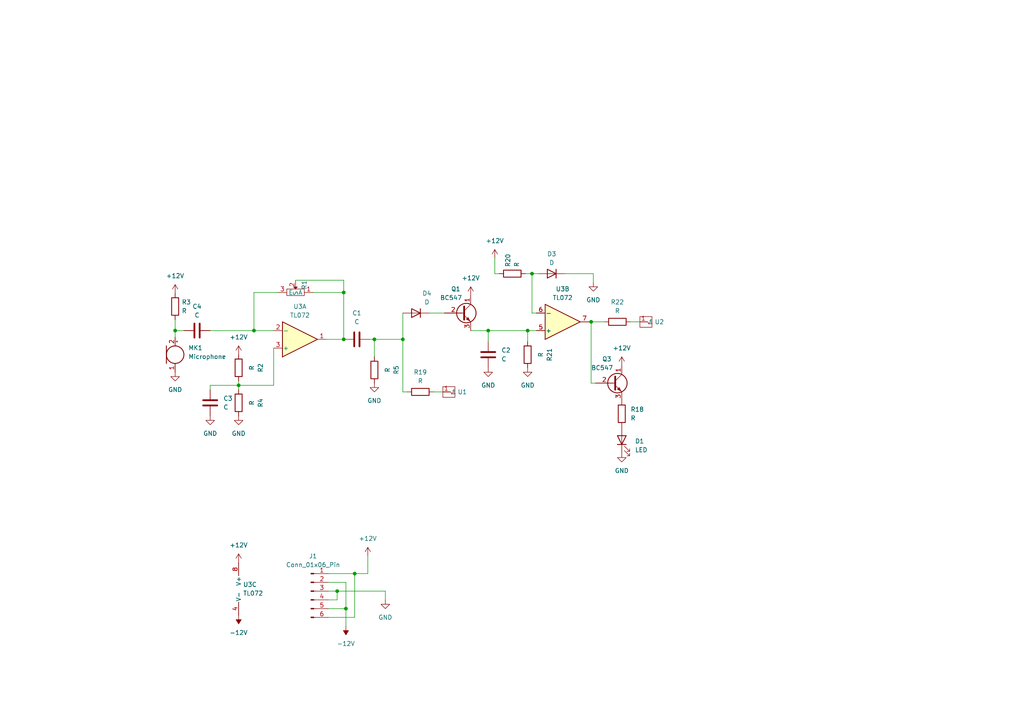
<source format=kicad_sch>
(kicad_sch (version 20230121) (generator eeschema)

  (uuid 57e781bb-b8df-4537-8f4c-5ccfa3e157bb)

  (paper "A4")

  (lib_symbols
    (symbol "Amplifier_Operational:TL072" (pin_names (offset 0.127)) (in_bom yes) (on_board yes)
      (property "Reference" "U" (at 0 5.08 0)
        (effects (font (size 1.27 1.27)) (justify left))
      )
      (property "Value" "TL072" (at 0 -5.08 0)
        (effects (font (size 1.27 1.27)) (justify left))
      )
      (property "Footprint" "" (at 0 0 0)
        (effects (font (size 1.27 1.27)) hide)
      )
      (property "Datasheet" "http://www.ti.com/lit/ds/symlink/tl071.pdf" (at 0 0 0)
        (effects (font (size 1.27 1.27)) hide)
      )
      (property "ki_locked" "" (at 0 0 0)
        (effects (font (size 1.27 1.27)))
      )
      (property "ki_keywords" "dual opamp" (at 0 0 0)
        (effects (font (size 1.27 1.27)) hide)
      )
      (property "ki_description" "Dual Low-Noise JFET-Input Operational Amplifiers, DIP-8/SOIC-8" (at 0 0 0)
        (effects (font (size 1.27 1.27)) hide)
      )
      (property "ki_fp_filters" "SOIC*3.9x4.9mm*P1.27mm* DIP*W7.62mm* TO*99* OnSemi*Micro8* TSSOP*3x3mm*P0.65mm* TSSOP*4.4x3mm*P0.65mm* MSOP*3x3mm*P0.65mm* SSOP*3.9x4.9mm*P0.635mm* LFCSP*2x2mm*P0.5mm* *SIP* SOIC*5.3x6.2mm*P1.27mm*" (at 0 0 0)
        (effects (font (size 1.27 1.27)) hide)
      )
      (symbol "TL072_1_1"
        (polyline
          (pts
            (xy -5.08 5.08)
            (xy 5.08 0)
            (xy -5.08 -5.08)
            (xy -5.08 5.08)
          )
          (stroke (width 0.254) (type default))
          (fill (type background))
        )
        (pin output line (at 7.62 0 180) (length 2.54)
          (name "~" (effects (font (size 1.27 1.27))))
          (number "1" (effects (font (size 1.27 1.27))))
        )
        (pin input line (at -7.62 -2.54 0) (length 2.54)
          (name "-" (effects (font (size 1.27 1.27))))
          (number "2" (effects (font (size 1.27 1.27))))
        )
        (pin input line (at -7.62 2.54 0) (length 2.54)
          (name "+" (effects (font (size 1.27 1.27))))
          (number "3" (effects (font (size 1.27 1.27))))
        )
      )
      (symbol "TL072_2_1"
        (polyline
          (pts
            (xy -5.08 5.08)
            (xy 5.08 0)
            (xy -5.08 -5.08)
            (xy -5.08 5.08)
          )
          (stroke (width 0.254) (type default))
          (fill (type background))
        )
        (pin input line (at -7.62 2.54 0) (length 2.54)
          (name "+" (effects (font (size 1.27 1.27))))
          (number "5" (effects (font (size 1.27 1.27))))
        )
        (pin input line (at -7.62 -2.54 0) (length 2.54)
          (name "-" (effects (font (size 1.27 1.27))))
          (number "6" (effects (font (size 1.27 1.27))))
        )
        (pin output line (at 7.62 0 180) (length 2.54)
          (name "~" (effects (font (size 1.27 1.27))))
          (number "7" (effects (font (size 1.27 1.27))))
        )
      )
      (symbol "TL072_3_1"
        (pin power_in line (at -2.54 -7.62 90) (length 3.81)
          (name "V-" (effects (font (size 1.27 1.27))))
          (number "4" (effects (font (size 1.27 1.27))))
        )
        (pin power_in line (at -2.54 7.62 270) (length 3.81)
          (name "V+" (effects (font (size 1.27 1.27))))
          (number "8" (effects (font (size 1.27 1.27))))
        )
      )
    )
    (symbol "Connector:Conn_01x06_Pin" (pin_names (offset 1.016) hide) (in_bom yes) (on_board yes)
      (property "Reference" "J" (at 0 7.62 0)
        (effects (font (size 1.27 1.27)))
      )
      (property "Value" "Conn_01x06_Pin" (at 0 -10.16 0)
        (effects (font (size 1.27 1.27)))
      )
      (property "Footprint" "" (at 0 0 0)
        (effects (font (size 1.27 1.27)) hide)
      )
      (property "Datasheet" "~" (at 0 0 0)
        (effects (font (size 1.27 1.27)) hide)
      )
      (property "ki_locked" "" (at 0 0 0)
        (effects (font (size 1.27 1.27)))
      )
      (property "ki_keywords" "connector" (at 0 0 0)
        (effects (font (size 1.27 1.27)) hide)
      )
      (property "ki_description" "Generic connector, single row, 01x06, script generated" (at 0 0 0)
        (effects (font (size 1.27 1.27)) hide)
      )
      (property "ki_fp_filters" "Connector*:*_1x??_*" (at 0 0 0)
        (effects (font (size 1.27 1.27)) hide)
      )
      (symbol "Conn_01x06_Pin_1_1"
        (polyline
          (pts
            (xy 1.27 -7.62)
            (xy 0.8636 -7.62)
          )
          (stroke (width 0.1524) (type default))
          (fill (type none))
        )
        (polyline
          (pts
            (xy 1.27 -5.08)
            (xy 0.8636 -5.08)
          )
          (stroke (width 0.1524) (type default))
          (fill (type none))
        )
        (polyline
          (pts
            (xy 1.27 -2.54)
            (xy 0.8636 -2.54)
          )
          (stroke (width 0.1524) (type default))
          (fill (type none))
        )
        (polyline
          (pts
            (xy 1.27 0)
            (xy 0.8636 0)
          )
          (stroke (width 0.1524) (type default))
          (fill (type none))
        )
        (polyline
          (pts
            (xy 1.27 2.54)
            (xy 0.8636 2.54)
          )
          (stroke (width 0.1524) (type default))
          (fill (type none))
        )
        (polyline
          (pts
            (xy 1.27 5.08)
            (xy 0.8636 5.08)
          )
          (stroke (width 0.1524) (type default))
          (fill (type none))
        )
        (rectangle (start 0.8636 -7.493) (end 0 -7.747)
          (stroke (width 0.1524) (type default))
          (fill (type outline))
        )
        (rectangle (start 0.8636 -4.953) (end 0 -5.207)
          (stroke (width 0.1524) (type default))
          (fill (type outline))
        )
        (rectangle (start 0.8636 -2.413) (end 0 -2.667)
          (stroke (width 0.1524) (type default))
          (fill (type outline))
        )
        (rectangle (start 0.8636 0.127) (end 0 -0.127)
          (stroke (width 0.1524) (type default))
          (fill (type outline))
        )
        (rectangle (start 0.8636 2.667) (end 0 2.413)
          (stroke (width 0.1524) (type default))
          (fill (type outline))
        )
        (rectangle (start 0.8636 5.207) (end 0 4.953)
          (stroke (width 0.1524) (type default))
          (fill (type outline))
        )
        (pin passive line (at 5.08 5.08 180) (length 3.81)
          (name "Pin_1" (effects (font (size 1.27 1.27))))
          (number "1" (effects (font (size 1.27 1.27))))
        )
        (pin passive line (at 5.08 2.54 180) (length 3.81)
          (name "Pin_2" (effects (font (size 1.27 1.27))))
          (number "2" (effects (font (size 1.27 1.27))))
        )
        (pin passive line (at 5.08 0 180) (length 3.81)
          (name "Pin_3" (effects (font (size 1.27 1.27))))
          (number "3" (effects (font (size 1.27 1.27))))
        )
        (pin passive line (at 5.08 -2.54 180) (length 3.81)
          (name "Pin_4" (effects (font (size 1.27 1.27))))
          (number "4" (effects (font (size 1.27 1.27))))
        )
        (pin passive line (at 5.08 -5.08 180) (length 3.81)
          (name "Pin_5" (effects (font (size 1.27 1.27))))
          (number "5" (effects (font (size 1.27 1.27))))
        )
        (pin passive line (at 5.08 -7.62 180) (length 3.81)
          (name "Pin_6" (effects (font (size 1.27 1.27))))
          (number "6" (effects (font (size 1.27 1.27))))
        )
      )
    )
    (symbol "Device:C" (pin_numbers hide) (pin_names (offset 0.254)) (in_bom yes) (on_board yes)
      (property "Reference" "C" (at 0.635 2.54 0)
        (effects (font (size 1.27 1.27)) (justify left))
      )
      (property "Value" "C" (at 0.635 -2.54 0)
        (effects (font (size 1.27 1.27)) (justify left))
      )
      (property "Footprint" "" (at 0.9652 -3.81 0)
        (effects (font (size 1.27 1.27)) hide)
      )
      (property "Datasheet" "~" (at 0 0 0)
        (effects (font (size 1.27 1.27)) hide)
      )
      (property "ki_keywords" "cap capacitor" (at 0 0 0)
        (effects (font (size 1.27 1.27)) hide)
      )
      (property "ki_description" "Unpolarized capacitor" (at 0 0 0)
        (effects (font (size 1.27 1.27)) hide)
      )
      (property "ki_fp_filters" "C_*" (at 0 0 0)
        (effects (font (size 1.27 1.27)) hide)
      )
      (symbol "C_0_1"
        (polyline
          (pts
            (xy -2.032 -0.762)
            (xy 2.032 -0.762)
          )
          (stroke (width 0.508) (type default))
          (fill (type none))
        )
        (polyline
          (pts
            (xy -2.032 0.762)
            (xy 2.032 0.762)
          )
          (stroke (width 0.508) (type default))
          (fill (type none))
        )
      )
      (symbol "C_1_1"
        (pin passive line (at 0 3.81 270) (length 2.794)
          (name "~" (effects (font (size 1.27 1.27))))
          (number "1" (effects (font (size 1.27 1.27))))
        )
        (pin passive line (at 0 -3.81 90) (length 2.794)
          (name "~" (effects (font (size 1.27 1.27))))
          (number "2" (effects (font (size 1.27 1.27))))
        )
      )
    )
    (symbol "Device:D" (pin_numbers hide) (pin_names (offset 1.016) hide) (in_bom yes) (on_board yes)
      (property "Reference" "D" (at 0 2.54 0)
        (effects (font (size 1.27 1.27)))
      )
      (property "Value" "D" (at 0 -2.54 0)
        (effects (font (size 1.27 1.27)))
      )
      (property "Footprint" "" (at 0 0 0)
        (effects (font (size 1.27 1.27)) hide)
      )
      (property "Datasheet" "~" (at 0 0 0)
        (effects (font (size 1.27 1.27)) hide)
      )
      (property "Sim.Device" "D" (at 0 0 0)
        (effects (font (size 1.27 1.27)) hide)
      )
      (property "Sim.Pins" "1=K 2=A" (at 0 0 0)
        (effects (font (size 1.27 1.27)) hide)
      )
      (property "ki_keywords" "diode" (at 0 0 0)
        (effects (font (size 1.27 1.27)) hide)
      )
      (property "ki_description" "Diode" (at 0 0 0)
        (effects (font (size 1.27 1.27)) hide)
      )
      (property "ki_fp_filters" "TO-???* *_Diode_* *SingleDiode* D_*" (at 0 0 0)
        (effects (font (size 1.27 1.27)) hide)
      )
      (symbol "D_0_1"
        (polyline
          (pts
            (xy -1.27 1.27)
            (xy -1.27 -1.27)
          )
          (stroke (width 0.254) (type default))
          (fill (type none))
        )
        (polyline
          (pts
            (xy 1.27 0)
            (xy -1.27 0)
          )
          (stroke (width 0) (type default))
          (fill (type none))
        )
        (polyline
          (pts
            (xy 1.27 1.27)
            (xy 1.27 -1.27)
            (xy -1.27 0)
            (xy 1.27 1.27)
          )
          (stroke (width 0.254) (type default))
          (fill (type none))
        )
      )
      (symbol "D_1_1"
        (pin passive line (at -3.81 0 0) (length 2.54)
          (name "K" (effects (font (size 1.27 1.27))))
          (number "1" (effects (font (size 1.27 1.27))))
        )
        (pin passive line (at 3.81 0 180) (length 2.54)
          (name "A" (effects (font (size 1.27 1.27))))
          (number "2" (effects (font (size 1.27 1.27))))
        )
      )
    )
    (symbol "Device:LED" (pin_numbers hide) (pin_names (offset 1.016) hide) (in_bom yes) (on_board yes)
      (property "Reference" "D" (at 0 2.54 0)
        (effects (font (size 1.27 1.27)))
      )
      (property "Value" "LED" (at 0 -2.54 0)
        (effects (font (size 1.27 1.27)))
      )
      (property "Footprint" "" (at 0 0 0)
        (effects (font (size 1.27 1.27)) hide)
      )
      (property "Datasheet" "~" (at 0 0 0)
        (effects (font (size 1.27 1.27)) hide)
      )
      (property "ki_keywords" "LED diode" (at 0 0 0)
        (effects (font (size 1.27 1.27)) hide)
      )
      (property "ki_description" "Light emitting diode" (at 0 0 0)
        (effects (font (size 1.27 1.27)) hide)
      )
      (property "ki_fp_filters" "LED* LED_SMD:* LED_THT:*" (at 0 0 0)
        (effects (font (size 1.27 1.27)) hide)
      )
      (symbol "LED_0_1"
        (polyline
          (pts
            (xy -1.27 -1.27)
            (xy -1.27 1.27)
          )
          (stroke (width 0.254) (type default))
          (fill (type none))
        )
        (polyline
          (pts
            (xy -1.27 0)
            (xy 1.27 0)
          )
          (stroke (width 0) (type default))
          (fill (type none))
        )
        (polyline
          (pts
            (xy 1.27 -1.27)
            (xy 1.27 1.27)
            (xy -1.27 0)
            (xy 1.27 -1.27)
          )
          (stroke (width 0.254) (type default))
          (fill (type none))
        )
        (polyline
          (pts
            (xy -3.048 -0.762)
            (xy -4.572 -2.286)
            (xy -3.81 -2.286)
            (xy -4.572 -2.286)
            (xy -4.572 -1.524)
          )
          (stroke (width 0) (type default))
          (fill (type none))
        )
        (polyline
          (pts
            (xy -1.778 -0.762)
            (xy -3.302 -2.286)
            (xy -2.54 -2.286)
            (xy -3.302 -2.286)
            (xy -3.302 -1.524)
          )
          (stroke (width 0) (type default))
          (fill (type none))
        )
      )
      (symbol "LED_1_1"
        (pin passive line (at -3.81 0 0) (length 2.54)
          (name "K" (effects (font (size 1.27 1.27))))
          (number "1" (effects (font (size 1.27 1.27))))
        )
        (pin passive line (at 3.81 0 180) (length 2.54)
          (name "A" (effects (font (size 1.27 1.27))))
          (number "2" (effects (font (size 1.27 1.27))))
        )
      )
    )
    (symbol "Device:Microphone" (pin_names (offset 0.0254) hide) (in_bom yes) (on_board yes)
      (property "Reference" "MK" (at -3.81 1.27 0)
        (effects (font (size 1.27 1.27)) (justify right))
      )
      (property "Value" "Microphone" (at -3.81 -0.635 0)
        (effects (font (size 1.27 1.27)) (justify right))
      )
      (property "Footprint" "" (at 0 2.54 90)
        (effects (font (size 1.27 1.27)) hide)
      )
      (property "Datasheet" "~" (at 0 2.54 90)
        (effects (font (size 1.27 1.27)) hide)
      )
      (property "ki_keywords" "microphone" (at 0 0 0)
        (effects (font (size 1.27 1.27)) hide)
      )
      (property "ki_description" "Microphone" (at 0 0 0)
        (effects (font (size 1.27 1.27)) hide)
      )
      (symbol "Microphone_0_1"
        (polyline
          (pts
            (xy -2.54 2.54)
            (xy -2.54 -2.54)
          )
          (stroke (width 0.254) (type default))
          (fill (type none))
        )
        (polyline
          (pts
            (xy 0.254 3.81)
            (xy 0.762 3.81)
          )
          (stroke (width 0) (type default))
          (fill (type none))
        )
        (polyline
          (pts
            (xy 0.508 4.064)
            (xy 0.508 3.556)
          )
          (stroke (width 0) (type default))
          (fill (type none))
        )
        (circle (center 0 0) (radius 2.54)
          (stroke (width 0.254) (type default))
          (fill (type none))
        )
      )
      (symbol "Microphone_1_1"
        (pin passive line (at 0 -5.08 90) (length 2.54)
          (name "-" (effects (font (size 1.27 1.27))))
          (number "1" (effects (font (size 1.27 1.27))))
        )
        (pin passive line (at 0 5.08 270) (length 2.54)
          (name "+" (effects (font (size 1.27 1.27))))
          (number "2" (effects (font (size 1.27 1.27))))
        )
      )
    )
    (symbol "Device:R" (pin_numbers hide) (pin_names (offset 0)) (in_bom yes) (on_board yes)
      (property "Reference" "R" (at 2.032 0 90)
        (effects (font (size 1.27 1.27)))
      )
      (property "Value" "R" (at 0 0 90)
        (effects (font (size 1.27 1.27)))
      )
      (property "Footprint" "" (at -1.778 0 90)
        (effects (font (size 1.27 1.27)) hide)
      )
      (property "Datasheet" "~" (at 0 0 0)
        (effects (font (size 1.27 1.27)) hide)
      )
      (property "ki_keywords" "R res resistor" (at 0 0 0)
        (effects (font (size 1.27 1.27)) hide)
      )
      (property "ki_description" "Resistor" (at 0 0 0)
        (effects (font (size 1.27 1.27)) hide)
      )
      (property "ki_fp_filters" "R_*" (at 0 0 0)
        (effects (font (size 1.27 1.27)) hide)
      )
      (symbol "R_0_1"
        (rectangle (start -1.016 -2.54) (end 1.016 2.54)
          (stroke (width 0.254) (type default))
          (fill (type none))
        )
      )
      (symbol "R_1_1"
        (pin passive line (at 0 3.81 270) (length 1.27)
          (name "~" (effects (font (size 1.27 1.27))))
          (number "1" (effects (font (size 1.27 1.27))))
        )
        (pin passive line (at 0 -3.81 90) (length 1.27)
          (name "~" (effects (font (size 1.27 1.27))))
          (number "2" (effects (font (size 1.27 1.27))))
        )
      )
    )
    (symbol "HEJ:AlpsPot" (in_bom yes) (on_board yes)
      (property "Reference" "R" (at -6.35 2.54 0)
        (effects (font (size 1.27 1.27)))
      )
      (property "Value" "AlpsPot" (at -3.81 13.97 0)
        (effects (font (size 1.27 1.27)) hide)
      )
      (property "Footprint" "pretties:AlpsPot" (at -2.54 11.43 0)
        (effects (font (size 1.27 1.27)) hide)
      )
      (property "Datasheet" "" (at -2.54 11.43 0)
        (effects (font (size 1.27 1.27)) hide)
      )
      (symbol "AlpsPot_0_1"
        (rectangle (start -4.445 3.81) (end -2.54 -1.27)
          (stroke (width 0) (type default))
          (fill (type none))
        )
        (polyline
          (pts
            (xy -2.54 1.27)
            (xy -1.9454 1.8617)
            (xy -1.9454 0.7452)
            (xy -2.54 1.27)
            (xy -2.0208 0.9713)
            (xy -2.0543 1.6216)
            (xy -2.3418 1.2923)
            (xy -2.1548 1.1611)
            (xy -2.1548 1.3844)
            (xy -2.54 1.27)
          )
          (stroke (width 0) (type default))
          (fill (type none))
        )
      )
      (symbol "AlpsPot_1_1"
        (pin passive line (at -3.556 -3.81 90) (length 2.54)
          (name "A" (effects (font (size 1.27 1.27))))
          (number "1" (effects (font (size 1.27 1.27))))
        )
        (pin passive line (at 0 1.27 180) (length 2.54)
          (name "S" (effects (font (size 1.27 1.27))))
          (number "2" (effects (font (size 1.27 1.27))))
        )
        (pin passive line (at -3.556 6.35 270) (length 2.54)
          (name "E" (effects (font (size 1.27 1.27))))
          (number "3" (effects (font (size 1.27 1.27))))
        )
        (pin no_connect line (at -11.684 0 270) (length 2.54) hide
          (name "NC" (effects (font (size 1.27 1.27))))
          (number "4" (effects (font (size 1.27 1.27))))
        )
        (pin no_connect line (at -13.716 0 270) (length 2.54) hide
          (name "NC" (effects (font (size 1.27 1.27))))
          (number "5" (effects (font (size 1.27 1.27))))
        )
        (pin no_connect line (at -16.002 0 270) (length 2.54) hide
          (name "NC" (effects (font (size 1.27 1.27))))
          (number "6" (effects (font (size 1.27 1.27))))
        )
      )
    )
    (symbol "HEJ:Aux_flush" (in_bom yes) (on_board yes)
      (property "Reference" "U" (at -0.0508 5.3848 0)
        (effects (font (size 1.27 1.27)))
      )
      (property "Value" "Aux_flush" (at 0 3.5052 0)
        (effects (font (size 1.27 1.27)) hide)
      )
      (property "Footprint" "" (at 0 0 0)
        (effects (font (size 1.27 1.27)) hide)
      )
      (property "Datasheet" "" (at 0 0 0)
        (effects (font (size 1.27 1.27)) hide)
      )
      (symbol "Aux_flush_0_1"
        (rectangle (start -1.778 1.524) (end 1.7272 -1.5748)
          (stroke (width 0) (type default))
          (fill (type none))
        )
        (polyline
          (pts
            (xy -1.2192 0.0508)
            (xy -0.8636 -0.6604)
            (xy -0.5588 0)
            (xy 1.6764 0)
          )
          (stroke (width 0) (type default))
          (fill (type none))
        )
      )
      (symbol "Aux_flush_1_1"
        (pin bidirectional line (at 1.7272 0 180) (length 2)
          (name "1" (effects (font (size 1.27 1.27))))
          (number "1" (effects (font (size 1.27 1.27))))
        )
      )
    )
    (symbol "Transistor_BJT:BC547" (pin_names (offset 0) hide) (in_bom yes) (on_board yes)
      (property "Reference" "Q" (at 5.08 1.905 0)
        (effects (font (size 1.27 1.27)) (justify left))
      )
      (property "Value" "BC547" (at 5.08 0 0)
        (effects (font (size 1.27 1.27)) (justify left))
      )
      (property "Footprint" "Package_TO_SOT_THT:TO-92_Inline" (at 5.08 -1.905 0)
        (effects (font (size 1.27 1.27) italic) (justify left) hide)
      )
      (property "Datasheet" "https://www.onsemi.com/pub/Collateral/BC550-D.pdf" (at 0 0 0)
        (effects (font (size 1.27 1.27)) (justify left) hide)
      )
      (property "ki_keywords" "NPN Transistor" (at 0 0 0)
        (effects (font (size 1.27 1.27)) hide)
      )
      (property "ki_description" "0.1A Ic, 45V Vce, Small Signal NPN Transistor, TO-92" (at 0 0 0)
        (effects (font (size 1.27 1.27)) hide)
      )
      (property "ki_fp_filters" "TO?92*" (at 0 0 0)
        (effects (font (size 1.27 1.27)) hide)
      )
      (symbol "BC547_0_1"
        (polyline
          (pts
            (xy 0 0)
            (xy 0.635 0)
          )
          (stroke (width 0) (type default))
          (fill (type none))
        )
        (polyline
          (pts
            (xy 0.635 0.635)
            (xy 2.54 2.54)
          )
          (stroke (width 0) (type default))
          (fill (type none))
        )
        (polyline
          (pts
            (xy 0.635 -0.635)
            (xy 2.54 -2.54)
            (xy 2.54 -2.54)
          )
          (stroke (width 0) (type default))
          (fill (type none))
        )
        (polyline
          (pts
            (xy 0.635 1.905)
            (xy 0.635 -1.905)
            (xy 0.635 -1.905)
          )
          (stroke (width 0.508) (type default))
          (fill (type none))
        )
        (polyline
          (pts
            (xy 1.27 -1.778)
            (xy 1.778 -1.27)
            (xy 2.286 -2.286)
            (xy 1.27 -1.778)
            (xy 1.27 -1.778)
          )
          (stroke (width 0) (type default))
          (fill (type outline))
        )
        (circle (center 1.27 0) (radius 2.8194)
          (stroke (width 0.254) (type default))
          (fill (type none))
        )
      )
      (symbol "BC547_1_1"
        (pin passive line (at 2.54 5.08 270) (length 2.54)
          (name "C" (effects (font (size 1.27 1.27))))
          (number "1" (effects (font (size 1.27 1.27))))
        )
        (pin input line (at -5.08 0 0) (length 5.08)
          (name "B" (effects (font (size 1.27 1.27))))
          (number "2" (effects (font (size 1.27 1.27))))
        )
        (pin passive line (at 2.54 -5.08 90) (length 2.54)
          (name "E" (effects (font (size 1.27 1.27))))
          (number "3" (effects (font (size 1.27 1.27))))
        )
      )
    )
    (symbol "power:+12V" (power) (pin_names (offset 0)) (in_bom yes) (on_board yes)
      (property "Reference" "#PWR" (at 0 -3.81 0)
        (effects (font (size 1.27 1.27)) hide)
      )
      (property "Value" "+12V" (at 0 3.556 0)
        (effects (font (size 1.27 1.27)))
      )
      (property "Footprint" "" (at 0 0 0)
        (effects (font (size 1.27 1.27)) hide)
      )
      (property "Datasheet" "" (at 0 0 0)
        (effects (font (size 1.27 1.27)) hide)
      )
      (property "ki_keywords" "power-flag" (at 0 0 0)
        (effects (font (size 1.27 1.27)) hide)
      )
      (property "ki_description" "Power symbol creates a global label with name \"+12V\"" (at 0 0 0)
        (effects (font (size 1.27 1.27)) hide)
      )
      (symbol "+12V_0_1"
        (polyline
          (pts
            (xy -0.762 1.27)
            (xy 0 2.54)
          )
          (stroke (width 0) (type default))
          (fill (type none))
        )
        (polyline
          (pts
            (xy 0 0)
            (xy 0 2.54)
          )
          (stroke (width 0) (type default))
          (fill (type none))
        )
        (polyline
          (pts
            (xy 0 2.54)
            (xy 0.762 1.27)
          )
          (stroke (width 0) (type default))
          (fill (type none))
        )
      )
      (symbol "+12V_1_1"
        (pin power_in line (at 0 0 90) (length 0) hide
          (name "+12V" (effects (font (size 1.27 1.27))))
          (number "1" (effects (font (size 1.27 1.27))))
        )
      )
    )
    (symbol "power:-12V" (power) (pin_names (offset 0)) (in_bom yes) (on_board yes)
      (property "Reference" "#PWR" (at 0 2.54 0)
        (effects (font (size 1.27 1.27)) hide)
      )
      (property "Value" "-12V" (at 0 3.81 0)
        (effects (font (size 1.27 1.27)))
      )
      (property "Footprint" "" (at 0 0 0)
        (effects (font (size 1.27 1.27)) hide)
      )
      (property "Datasheet" "" (at 0 0 0)
        (effects (font (size 1.27 1.27)) hide)
      )
      (property "ki_keywords" "global power" (at 0 0 0)
        (effects (font (size 1.27 1.27)) hide)
      )
      (property "ki_description" "Power symbol creates a global label with name \"-12V\"" (at 0 0 0)
        (effects (font (size 1.27 1.27)) hide)
      )
      (symbol "-12V_0_0"
        (pin power_in line (at 0 0 90) (length 0) hide
          (name "-12V" (effects (font (size 1.27 1.27))))
          (number "1" (effects (font (size 1.27 1.27))))
        )
      )
      (symbol "-12V_0_1"
        (polyline
          (pts
            (xy 0 0)
            (xy 0 1.27)
            (xy 0.762 1.27)
            (xy 0 2.54)
            (xy -0.762 1.27)
            (xy 0 1.27)
          )
          (stroke (width 0) (type default))
          (fill (type outline))
        )
      )
    )
    (symbol "power:GND" (power) (pin_names (offset 0)) (in_bom yes) (on_board yes)
      (property "Reference" "#PWR" (at 0 -6.35 0)
        (effects (font (size 1.27 1.27)) hide)
      )
      (property "Value" "GND" (at 0 -3.81 0)
        (effects (font (size 1.27 1.27)))
      )
      (property "Footprint" "" (at 0 0 0)
        (effects (font (size 1.27 1.27)) hide)
      )
      (property "Datasheet" "" (at 0 0 0)
        (effects (font (size 1.27 1.27)) hide)
      )
      (property "ki_keywords" "power-flag" (at 0 0 0)
        (effects (font (size 1.27 1.27)) hide)
      )
      (property "ki_description" "Power symbol creates a global label with name \"GND\" , ground" (at 0 0 0)
        (effects (font (size 1.27 1.27)) hide)
      )
      (symbol "GND_0_1"
        (polyline
          (pts
            (xy 0 0)
            (xy 0 -1.27)
            (xy 1.27 -1.27)
            (xy 0 -2.54)
            (xy -1.27 -1.27)
            (xy 0 -1.27)
          )
          (stroke (width 0) (type default))
          (fill (type none))
        )
      )
      (symbol "GND_1_1"
        (pin power_in line (at 0 0 270) (length 0) hide
          (name "GND" (effects (font (size 1.27 1.27))))
          (number "1" (effects (font (size 1.27 1.27))))
        )
      )
    )
  )

  (junction (at 100.33 176.53) (diameter 0) (color 0 0 0 0)
    (uuid 2ab482fd-a6ab-484d-85c8-a82b797ed9a5)
  )
  (junction (at 171.45 93.345) (diameter 0) (color 0 0 0 0)
    (uuid 35df168d-6119-453a-a081-5161284199fc)
  )
  (junction (at 141.605 95.885) (diameter 0) (color 0 0 0 0)
    (uuid 597a58c1-ab8b-4cf2-b01a-2fad10d8f4fa)
  )
  (junction (at 97.79 171.45) (diameter 0) (color 0 0 0 0)
    (uuid 5fce5f18-ee0b-4fae-999b-acbb97f95957)
  )
  (junction (at 102.87 166.37) (diameter 0) (color 0 0 0 0)
    (uuid 6e4e895c-105d-4881-9b94-5ba67a5f9d6a)
  )
  (junction (at 108.585 98.425) (diameter 0) (color 0 0 0 0)
    (uuid 741041af-6e2c-42f3-8a75-328ff1fe97c1)
  )
  (junction (at 99.695 98.425) (diameter 0) (color 0 0 0 0)
    (uuid 835eabfc-1956-4c07-bde6-9f050ef24fd4)
  )
  (junction (at 50.8 95.885) (diameter 0) (color 0 0 0 0)
    (uuid 8607c3df-460b-4e9c-a4bd-4bb953875d7f)
  )
  (junction (at 73.66 95.885) (diameter 0) (color 0 0 0 0)
    (uuid 9eae11a3-5ea1-43a5-bc55-a864515c0d5a)
  )
  (junction (at 154.305 79.375) (diameter 0) (color 0 0 0 0)
    (uuid a0b7035b-8fec-4931-9e81-d13cdf178035)
  )
  (junction (at 69.215 111.76) (diameter 0) (color 0 0 0 0)
    (uuid a0fca70a-5ca1-4858-a4e2-b20ebb3e22ba)
  )
  (junction (at 99.695 84.836) (diameter 0) (color 0 0 0 0)
    (uuid a34f2a49-ba8c-4058-b3d7-58ec1221bff1)
  )
  (junction (at 116.84 98.425) (diameter 0) (color 0 0 0 0)
    (uuid c0b6d336-8666-4eeb-94f0-f1a98928d6c4)
  )
  (junction (at 153.035 95.885) (diameter 0) (color 0 0 0 0)
    (uuid e9ef7e8f-49bb-4ffb-970d-7b0535cba892)
  )

  (wire (pts (xy 102.87 166.37) (xy 106.68 166.37))
    (stroke (width 0) (type default))
    (uuid 0090546f-71df-444c-9143-2feee06161da)
  )
  (wire (pts (xy 69.215 110.49) (xy 69.215 111.76))
    (stroke (width 0) (type default))
    (uuid 0ea43a85-83f3-45a1-81a2-23598748cf46)
  )
  (wire (pts (xy 108.585 103.505) (xy 108.585 98.425))
    (stroke (width 0) (type default))
    (uuid 0f758308-a60c-4896-b576-0352302bf5b5)
  )
  (wire (pts (xy 153.035 95.885) (xy 153.035 99.06))
    (stroke (width 0) (type default))
    (uuid 0fc7b005-140b-4427-a919-48faaf385b58)
  )
  (wire (pts (xy 79.375 111.76) (xy 79.375 100.965))
    (stroke (width 0) (type default))
    (uuid 10bc997c-8edb-4e85-8ede-98d2c14b66f2)
  )
  (wire (pts (xy 108.585 98.425) (xy 116.84 98.425))
    (stroke (width 0) (type default))
    (uuid 1b633d15-f591-484d-a3e6-9e16dde5fc9c)
  )
  (wire (pts (xy 95.25 179.07) (xy 102.87 179.07))
    (stroke (width 0) (type default))
    (uuid 1f141b83-a0ed-4656-9d14-392e02d9e937)
  )
  (wire (pts (xy 69.215 111.76) (xy 69.215 113.03))
    (stroke (width 0) (type default))
    (uuid 1f7a16cf-0504-45b3-85a4-cf18b8acb63a)
  )
  (wire (pts (xy 97.79 171.45) (xy 97.79 173.99))
    (stroke (width 0) (type default))
    (uuid 269c15b4-c10c-4828-9368-d1058fe92cfd)
  )
  (wire (pts (xy 172.085 81.915) (xy 172.085 79.375))
    (stroke (width 0) (type default))
    (uuid 291b27b9-d975-4739-b36a-0cd2cb608791)
  )
  (wire (pts (xy 124.46 90.805) (xy 128.905 90.805))
    (stroke (width 0) (type default))
    (uuid 33288ccc-0949-49b5-8341-4b7b3fad8f29)
  )
  (wire (pts (xy 154.305 79.375) (xy 156.21 79.375))
    (stroke (width 0) (type default))
    (uuid 378a770c-d5aa-46c5-b811-1e85f42b4f3f)
  )
  (wire (pts (xy 102.87 179.07) (xy 102.87 166.37))
    (stroke (width 0) (type default))
    (uuid 3ee5155c-c703-4f0b-94c4-5361d2b44b4d)
  )
  (wire (pts (xy 99.695 81.28) (xy 99.695 84.836))
    (stroke (width 0) (type default))
    (uuid 3f1dd41e-52a9-4ae5-a22a-70106e626851)
  )
  (wire (pts (xy 99.695 84.836) (xy 99.695 98.425))
    (stroke (width 0) (type default))
    (uuid 4903c937-e483-4283-961f-b90bbbe8a9e2)
  )
  (wire (pts (xy 60.96 111.76) (xy 69.215 111.76))
    (stroke (width 0) (type default))
    (uuid 4ac8890d-867a-4cd2-856e-50b16cd6f392)
  )
  (wire (pts (xy 95.25 168.91) (xy 100.33 168.91))
    (stroke (width 0) (type default))
    (uuid 4bccc3c2-12fb-4d4b-afb2-86f38898de91)
  )
  (wire (pts (xy 85.725 81.28) (xy 99.695 81.28))
    (stroke (width 0) (type default))
    (uuid 53367dc9-a9fe-401e-9811-4e868a5a8701)
  )
  (wire (pts (xy 95.25 166.37) (xy 102.87 166.37))
    (stroke (width 0) (type default))
    (uuid 600ceef3-cc0f-4059-aa70-487d7fa90e7f)
  )
  (wire (pts (xy 171.45 93.345) (xy 175.26 93.345))
    (stroke (width 0) (type default))
    (uuid 67e7a9ce-6152-4760-8d08-c48ef3b675ca)
  )
  (wire (pts (xy 172.72 111.125) (xy 171.45 111.125))
    (stroke (width 0) (type default))
    (uuid 6eb5aa2c-461a-40d4-8ea8-6ee9bbe4af83)
  )
  (wire (pts (xy 125.73 113.665) (xy 128.4478 113.665))
    (stroke (width 0) (type default))
    (uuid 7243ec18-5cd4-4e0f-8531-910de1e63fe3)
  )
  (wire (pts (xy 111.76 171.45) (xy 111.76 173.99))
    (stroke (width 0) (type default))
    (uuid 7494e105-abcb-4fdb-b3b5-f1e242db2362)
  )
  (wire (pts (xy 155.575 95.885) (xy 153.035 95.885))
    (stroke (width 0) (type default))
    (uuid 7c2afcc7-cc63-4f94-9ad5-9dc5acf291f0)
  )
  (wire (pts (xy 97.79 171.45) (xy 111.76 171.45))
    (stroke (width 0) (type default))
    (uuid 80fb44c4-8193-495c-b89a-8f042b3f96ba)
  )
  (wire (pts (xy 73.66 95.885) (xy 79.375 95.885))
    (stroke (width 0) (type default))
    (uuid 824ba5c4-e2ea-4ac9-b2b6-e463b4a85559)
  )
  (wire (pts (xy 154.305 79.375) (xy 154.305 90.805))
    (stroke (width 0) (type default))
    (uuid 85595869-d564-4a03-8d0d-ce538e5dd28b)
  )
  (wire (pts (xy 143.51 74.93) (xy 143.51 79.375))
    (stroke (width 0) (type default))
    (uuid 865b17b0-9ad2-41c1-b653-03966d9215c3)
  )
  (wire (pts (xy 116.84 98.425) (xy 116.84 113.665))
    (stroke (width 0) (type default))
    (uuid 897b921d-127d-4d86-a13b-b01297897ef3)
  )
  (wire (pts (xy 100.33 168.91) (xy 100.33 176.53))
    (stroke (width 0) (type default))
    (uuid 89e18b92-9ff1-4a07-9f71-0e4f1f014877)
  )
  (wire (pts (xy 155.575 90.805) (xy 154.305 90.805))
    (stroke (width 0) (type default))
    (uuid 8d59f5bd-8644-425f-b54e-f5319f7ba684)
  )
  (wire (pts (xy 141.605 95.885) (xy 141.605 99.06))
    (stroke (width 0) (type default))
    (uuid 8fba9082-f0a2-473e-aa6a-c91a326ecf6a)
  )
  (wire (pts (xy 60.96 113.03) (xy 60.96 111.76))
    (stroke (width 0) (type default))
    (uuid 9572b30a-b70b-48be-8563-0f1ee23d63ab)
  )
  (wire (pts (xy 116.84 90.805) (xy 116.84 98.425))
    (stroke (width 0) (type default))
    (uuid 9713c7e9-38ba-411c-ab36-9b1360899d5b)
  )
  (wire (pts (xy 141.605 95.885) (xy 153.035 95.885))
    (stroke (width 0) (type default))
    (uuid 9b08bd08-4177-4be0-be1f-ae919676a52a)
  )
  (wire (pts (xy 69.215 111.76) (xy 79.375 111.76))
    (stroke (width 0) (type default))
    (uuid 9b1b3a49-50e5-4285-a12b-ee689481711f)
  )
  (wire (pts (xy 170.815 93.345) (xy 171.45 93.345))
    (stroke (width 0) (type default))
    (uuid 9e00ec0c-4bb0-458f-865e-73484a94e7c9)
  )
  (wire (pts (xy 95.25 171.45) (xy 97.79 171.45))
    (stroke (width 0) (type default))
    (uuid a91b5c95-0c6d-4549-a9b0-6e84f571931f)
  )
  (wire (pts (xy 152.4 79.375) (xy 154.305 79.375))
    (stroke (width 0) (type default))
    (uuid ab1c836c-e379-47e9-ac62-e065571d6863)
  )
  (wire (pts (xy 50.8 95.885) (xy 50.8 97.79))
    (stroke (width 0) (type default))
    (uuid b6ffe19f-7b55-49df-a722-db30c89b63e8)
  )
  (wire (pts (xy 100.33 176.53) (xy 95.25 176.53))
    (stroke (width 0) (type default))
    (uuid bfc4f5f1-6721-48cc-86a1-7f3ed1ca8c18)
  )
  (wire (pts (xy 136.525 95.885) (xy 141.605 95.885))
    (stroke (width 0) (type default))
    (uuid c6c2afc4-d67d-4a12-b620-517eb9d0120a)
  )
  (wire (pts (xy 172.085 79.375) (xy 163.83 79.375))
    (stroke (width 0) (type default))
    (uuid c7422272-1b15-4bbf-86be-f2995c7cd7d9)
  )
  (wire (pts (xy 90.805 84.836) (xy 99.695 84.836))
    (stroke (width 0) (type default))
    (uuid c81bafb1-0915-4a3f-bc64-4f57b881e6bf)
  )
  (wire (pts (xy 118.11 113.665) (xy 116.84 113.665))
    (stroke (width 0) (type default))
    (uuid c969fd2e-9a1c-4ba9-909b-62d0ea1da6dd)
  )
  (wire (pts (xy 107.315 98.425) (xy 108.585 98.425))
    (stroke (width 0) (type default))
    (uuid cfe2f40c-8aba-4510-8500-f8724a769bba)
  )
  (wire (pts (xy 106.68 166.37) (xy 106.68 161.29))
    (stroke (width 0) (type default))
    (uuid d2fa051b-f860-477d-a907-d247c644117f)
  )
  (wire (pts (xy 73.66 84.836) (xy 80.645 84.836))
    (stroke (width 0) (type default))
    (uuid d8aa3c35-cff1-4186-8fdf-b1ca33418a25)
  )
  (wire (pts (xy 171.45 111.125) (xy 171.45 93.345))
    (stroke (width 0) (type default))
    (uuid daa7f212-fab8-4e9f-9d49-556fc97a4028)
  )
  (wire (pts (xy 99.695 98.425) (xy 94.615 98.425))
    (stroke (width 0) (type default))
    (uuid dbf4561d-a351-4eb2-893d-258d6cb5cf81)
  )
  (wire (pts (xy 95.25 173.99) (xy 97.79 173.99))
    (stroke (width 0) (type default))
    (uuid dd5a9854-2cb1-43f3-91db-a4e85b950346)
  )
  (wire (pts (xy 100.33 176.53) (xy 100.33 181.61))
    (stroke (width 0) (type default))
    (uuid dd6faacc-0d19-4738-98fc-ee330ff42185)
  )
  (wire (pts (xy 50.8 95.885) (xy 53.34 95.885))
    (stroke (width 0) (type default))
    (uuid de37b819-e735-42e5-b5b6-e4ba0cbc4c8d)
  )
  (wire (pts (xy 143.51 79.375) (xy 144.78 79.375))
    (stroke (width 0) (type default))
    (uuid e0d7a787-aa1a-4815-b7b3-b813d7739033)
  )
  (wire (pts (xy 182.88 93.345) (xy 185.5978 93.345))
    (stroke (width 0) (type default))
    (uuid e287192e-9d3b-48a2-b1b8-e74be651e504)
  )
  (wire (pts (xy 60.96 95.885) (xy 73.66 95.885))
    (stroke (width 0) (type default))
    (uuid e679f24c-207e-4e66-a5d2-305012cfc6dc)
  )
  (wire (pts (xy 73.66 95.885) (xy 73.66 84.836))
    (stroke (width 0) (type default))
    (uuid f26a7393-f512-4cf6-825f-a92cecfb6457)
  )
  (wire (pts (xy 50.8 92.71) (xy 50.8 95.885))
    (stroke (width 0) (type default))
    (uuid f6732071-0a04-411a-97bd-cdebadcbf576)
  )

  (symbol (lib_id "power:GND") (at 180.34 131.445 0) (unit 1)
    (in_bom yes) (on_board yes) (dnp no) (fields_autoplaced)
    (uuid 0c33aa79-20e7-4fa3-8a74-400cd8fb9613)
    (property "Reference" "#PWR05" (at 180.34 137.795 0)
      (effects (font (size 1.27 1.27)) hide)
    )
    (property "Value" "GND" (at 180.34 136.525 0)
      (effects (font (size 1.27 1.27)))
    )
    (property "Footprint" "" (at 180.34 131.445 0)
      (effects (font (size 1.27 1.27)) hide)
    )
    (property "Datasheet" "" (at 180.34 131.445 0)
      (effects (font (size 1.27 1.27)) hide)
    )
    (pin "1" (uuid 0d847390-b1ef-44d7-bcae-26ae270a37b8))
    (instances
      (project "MIC"
        (path "/57e781bb-b8df-4537-8f4c-5ccfa3e157bb"
          (reference "#PWR05") (unit 1)
        )
      )
      (project "LFO"
        (path "/7aef6de5-deb3-4adf-93fc-662562fe65a5"
          (reference "#PWR0102") (unit 1)
        )
      )
    )
  )

  (symbol (lib_id "Device:R") (at 69.215 116.84 0) (unit 1)
    (in_bom yes) (on_board yes) (dnp no) (fields_autoplaced)
    (uuid 0e25b962-d3a0-4943-a604-df07fceea627)
    (property "Reference" "R4" (at 75.565 116.84 90)
      (effects (font (size 1.27 1.27)))
    )
    (property "Value" "R" (at 73.025 116.84 90)
      (effects (font (size 1.27 1.27)))
    )
    (property "Footprint" "Resistor_THT:R_Axial_DIN0204_L3.6mm_D1.6mm_P7.62mm_Horizontal" (at 67.437 116.84 90)
      (effects (font (size 1.27 1.27)) hide)
    )
    (property "Datasheet" "~" (at 69.215 116.84 0)
      (effects (font (size 1.27 1.27)) hide)
    )
    (pin "1" (uuid 2e4c8d2a-8ec1-426d-b28a-8a49af3d130e))
    (pin "2" (uuid ca7b06c1-1b04-4fd7-bb04-2bafa480d258))
    (instances
      (project "MIC"
        (path "/57e781bb-b8df-4537-8f4c-5ccfa3e157bb"
          (reference "R4") (unit 1)
        )
      )
      (project "LFO"
        (path "/7aef6de5-deb3-4adf-93fc-662562fe65a5"
          (reference "R2") (unit 1)
        )
      )
    )
  )

  (symbol (lib_id "power:-12V") (at 100.33 181.61 180) (unit 1)
    (in_bom yes) (on_board yes) (dnp no) (fields_autoplaced)
    (uuid 129cb4d1-062f-47a2-9021-1015be24711b)
    (property "Reference" "#PWR07" (at 100.33 184.15 0)
      (effects (font (size 1.27 1.27)) hide)
    )
    (property "Value" "-12V" (at 100.33 186.69 0)
      (effects (font (size 1.27 1.27)))
    )
    (property "Footprint" "" (at 100.33 181.61 0)
      (effects (font (size 1.27 1.27)) hide)
    )
    (property "Datasheet" "" (at 100.33 181.61 0)
      (effects (font (size 1.27 1.27)) hide)
    )
    (pin "1" (uuid cbedaf48-1833-4947-8a1e-53d1c0c21fb7))
    (instances
      (project "MIC"
        (path "/57e781bb-b8df-4537-8f4c-5ccfa3e157bb"
          (reference "#PWR07") (unit 1)
        )
      )
    )
  )

  (symbol (lib_id "Device:Microphone") (at 50.8 102.87 0) (unit 1)
    (in_bom yes) (on_board yes) (dnp no) (fields_autoplaced)
    (uuid 159a8855-067a-4a87-9fe7-1a81b84dedba)
    (property "Reference" "MK1" (at 54.61 100.9015 0)
      (effects (font (size 1.27 1.27)) (justify left))
    )
    (property "Value" "Microphone" (at 54.61 103.4415 0)
      (effects (font (size 1.27 1.27)) (justify left))
    )
    (property "Footprint" "TerminalBlock:TerminalBlock_bornier-2_P5.08mm" (at 50.8 100.33 90)
      (effects (font (size 1.27 1.27)) hide)
    )
    (property "Datasheet" "~" (at 50.8 100.33 90)
      (effects (font (size 1.27 1.27)) hide)
    )
    (pin "1" (uuid 664296f0-a9cf-44e7-b796-97f19b2ccc0f))
    (pin "2" (uuid 197d99e2-d27e-4db0-884d-b5ade58b54e4))
    (instances
      (project "MIC"
        (path "/57e781bb-b8df-4537-8f4c-5ccfa3e157bb"
          (reference "MK1") (unit 1)
        )
      )
    )
  )

  (symbol (lib_id "power:GND") (at 111.76 173.99 0) (unit 1)
    (in_bom yes) (on_board yes) (dnp no) (fields_autoplaced)
    (uuid 25a1fb88-fbdc-4416-8d14-6df6d49bca4e)
    (property "Reference" "#PWR08" (at 111.76 180.34 0)
      (effects (font (size 1.27 1.27)) hide)
    )
    (property "Value" "GND" (at 111.76 179.07 0)
      (effects (font (size 1.27 1.27)))
    )
    (property "Footprint" "" (at 111.76 173.99 0)
      (effects (font (size 1.27 1.27)) hide)
    )
    (property "Datasheet" "" (at 111.76 173.99 0)
      (effects (font (size 1.27 1.27)) hide)
    )
    (pin "1" (uuid a94a360a-068d-4443-8ea4-6cf4fbb975aa))
    (instances
      (project "MIC"
        (path "/57e781bb-b8df-4537-8f4c-5ccfa3e157bb"
          (reference "#PWR08") (unit 1)
        )
      )
      (project "LFO"
        (path "/7aef6de5-deb3-4adf-93fc-662562fe65a5"
          (reference "#PWR0112") (unit 1)
        )
      )
    )
  )

  (symbol (lib_id "Transistor_BJT:BC547") (at 177.8 111.125 0) (unit 1)
    (in_bom yes) (on_board yes) (dnp no)
    (uuid 27feb243-2b08-4617-88ac-91cf28f6f2e7)
    (property "Reference" "Q3" (at 174.625 104.14 0)
      (effects (font (size 1.27 1.27)) (justify left))
    )
    (property "Value" "BC547" (at 171.45 106.68 0)
      (effects (font (size 1.27 1.27)) (justify left))
    )
    (property "Footprint" "Package_TO_SOT_THT:TO-92L_Inline_Wide" (at 182.88 113.03 0)
      (effects (font (size 1.27 1.27) italic) (justify left) hide)
    )
    (property "Datasheet" "https://www.onsemi.com/pub/Collateral/BC550-D.pdf" (at 177.8 111.125 0)
      (effects (font (size 1.27 1.27)) (justify left) hide)
    )
    (pin "1" (uuid f570f439-65a9-44b5-ad0b-30884e39c9b7))
    (pin "2" (uuid a1cb405d-b979-48aa-b8f5-2f1091937e0a))
    (pin "3" (uuid 9465d7e9-f2e7-4ffd-9de5-4dcd07d32d0a))
    (instances
      (project "MIC"
        (path "/57e781bb-b8df-4537-8f4c-5ccfa3e157bb"
          (reference "Q3") (unit 1)
        )
      )
      (project "LFO"
        (path "/7aef6de5-deb3-4adf-93fc-662562fe65a5"
          (reference "Q2") (unit 1)
        )
      )
    )
  )

  (symbol (lib_id "Device:C") (at 141.605 102.87 180) (unit 1)
    (in_bom yes) (on_board yes) (dnp no) (fields_autoplaced)
    (uuid 2a5f3d96-69bd-4e6d-8192-081cac548be3)
    (property "Reference" "C2" (at 145.415 101.6 0)
      (effects (font (size 1.27 1.27)) (justify right))
    )
    (property "Value" "C" (at 145.415 104.14 0)
      (effects (font (size 1.27 1.27)) (justify right))
    )
    (property "Footprint" "Capacitor_THT:C_Axial_L3.8mm_D2.6mm_P10.00mm_Horizontal" (at 140.6398 99.06 0)
      (effects (font (size 1.27 1.27)) hide)
    )
    (property "Datasheet" "~" (at 141.605 102.87 0)
      (effects (font (size 1.27 1.27)) hide)
    )
    (pin "1" (uuid 346a9c0e-6c05-4e15-a1f9-0d9c0928b3f4))
    (pin "2" (uuid 25a36d27-4315-4f80-aa8e-bbb59562abdb))
    (instances
      (project "MIC"
        (path "/57e781bb-b8df-4537-8f4c-5ccfa3e157bb"
          (reference "C2") (unit 1)
        )
      )
      (project "LFO"
        (path "/7aef6de5-deb3-4adf-93fc-662562fe65a5"
          (reference "C1") (unit 1)
        )
      )
    )
  )

  (symbol (lib_id "Device:R") (at 121.92 113.665 90) (unit 1)
    (in_bom yes) (on_board yes) (dnp no) (fields_autoplaced)
    (uuid 30bf6719-0d18-41c4-86de-b7999bd64b97)
    (property "Reference" "R19" (at 121.92 107.95 90)
      (effects (font (size 1.27 1.27)))
    )
    (property "Value" "R" (at 121.92 110.49 90)
      (effects (font (size 1.27 1.27)))
    )
    (property "Footprint" "Resistor_THT:R_Axial_DIN0204_L3.6mm_D1.6mm_P7.62mm_Horizontal" (at 121.92 115.443 90)
      (effects (font (size 1.27 1.27)) hide)
    )
    (property "Datasheet" "~" (at 121.92 113.665 0)
      (effects (font (size 1.27 1.27)) hide)
    )
    (pin "1" (uuid f56532b4-85d8-42bf-a26e-010a00da0057))
    (pin "2" (uuid 92c3a4c6-1a46-4e44-8994-d71aaf8f940b))
    (instances
      (project "MIC"
        (path "/57e781bb-b8df-4537-8f4c-5ccfa3e157bb"
          (reference "R19") (unit 1)
        )
      )
      (project "LFO"
        (path "/7aef6de5-deb3-4adf-93fc-662562fe65a5"
          (reference "R2") (unit 1)
        )
      )
    )
  )

  (symbol (lib_id "power:GND") (at 172.085 81.915 0) (unit 1)
    (in_bom yes) (on_board yes) (dnp no) (fields_autoplaced)
    (uuid 3397b993-d8d1-4d45-97cd-e8a5af259687)
    (property "Reference" "#PWR015" (at 172.085 88.265 0)
      (effects (font (size 1.27 1.27)) hide)
    )
    (property "Value" "GND" (at 172.085 86.995 0)
      (effects (font (size 1.27 1.27)))
    )
    (property "Footprint" "" (at 172.085 81.915 0)
      (effects (font (size 1.27 1.27)) hide)
    )
    (property "Datasheet" "" (at 172.085 81.915 0)
      (effects (font (size 1.27 1.27)) hide)
    )
    (pin "1" (uuid c384363f-5220-4189-8f29-f959dae4fa2f))
    (instances
      (project "MIC"
        (path "/57e781bb-b8df-4537-8f4c-5ccfa3e157bb"
          (reference "#PWR015") (unit 1)
        )
      )
      (project "LFO"
        (path "/7aef6de5-deb3-4adf-93fc-662562fe65a5"
          (reference "#PWR0112") (unit 1)
        )
      )
    )
  )

  (symbol (lib_id "Device:D") (at 160.02 79.375 180) (unit 1)
    (in_bom yes) (on_board yes) (dnp no) (fields_autoplaced)
    (uuid 34815232-c695-4136-b5ac-f221b6c537d0)
    (property "Reference" "D3" (at 160.02 73.66 0)
      (effects (font (size 1.27 1.27)))
    )
    (property "Value" "D" (at 160.02 76.2 0)
      (effects (font (size 1.27 1.27)))
    )
    (property "Footprint" "Diode_THT:D_T-1_P10.16mm_Horizontal" (at 160.02 79.375 0)
      (effects (font (size 1.27 1.27)) hide)
    )
    (property "Datasheet" "~" (at 160.02 79.375 0)
      (effects (font (size 1.27 1.27)) hide)
    )
    (property "Sim.Device" "D" (at 160.02 79.375 0)
      (effects (font (size 1.27 1.27)) hide)
    )
    (property "Sim.Pins" "1=K 2=A" (at 160.02 79.375 0)
      (effects (font (size 1.27 1.27)) hide)
    )
    (pin "1" (uuid 948fe044-310a-4b40-aaca-15100b30f5b6))
    (pin "2" (uuid bfe45f74-2a7a-4a74-bafe-2d37bd3695b7))
    (instances
      (project "MIC"
        (path "/57e781bb-b8df-4537-8f4c-5ccfa3e157bb"
          (reference "D3") (unit 1)
        )
      )
    )
  )

  (symbol (lib_id "power:GND") (at 69.215 120.65 0) (unit 1)
    (in_bom yes) (on_board yes) (dnp no) (fields_autoplaced)
    (uuid 35c94431-d091-485a-b3ac-8dfc80ea7bf8)
    (property "Reference" "#PWR010" (at 69.215 127 0)
      (effects (font (size 1.27 1.27)) hide)
    )
    (property "Value" "GND" (at 69.215 125.73 0)
      (effects (font (size 1.27 1.27)))
    )
    (property "Footprint" "" (at 69.215 120.65 0)
      (effects (font (size 1.27 1.27)) hide)
    )
    (property "Datasheet" "" (at 69.215 120.65 0)
      (effects (font (size 1.27 1.27)) hide)
    )
    (pin "1" (uuid 5aab8edd-b162-4e7e-8641-ed3b4c7ee5be))
    (instances
      (project "MIC"
        (path "/57e781bb-b8df-4537-8f4c-5ccfa3e157bb"
          (reference "#PWR010") (unit 1)
        )
      )
      (project "LFO"
        (path "/7aef6de5-deb3-4adf-93fc-662562fe65a5"
          (reference "#PWR0112") (unit 1)
        )
      )
    )
  )

  (symbol (lib_id "power:GND") (at 141.605 106.68 0) (unit 1)
    (in_bom yes) (on_board yes) (dnp no) (fields_autoplaced)
    (uuid 3602e1c8-7293-4e9c-92a3-5911021a07b0)
    (property "Reference" "#PWR014" (at 141.605 113.03 0)
      (effects (font (size 1.27 1.27)) hide)
    )
    (property "Value" "GND" (at 141.605 111.76 0)
      (effects (font (size 1.27 1.27)))
    )
    (property "Footprint" "" (at 141.605 106.68 0)
      (effects (font (size 1.27 1.27)) hide)
    )
    (property "Datasheet" "" (at 141.605 106.68 0)
      (effects (font (size 1.27 1.27)) hide)
    )
    (pin "1" (uuid 8ce5fc51-c659-4aff-991c-132f1e2194e7))
    (instances
      (project "MIC"
        (path "/57e781bb-b8df-4537-8f4c-5ccfa3e157bb"
          (reference "#PWR014") (unit 1)
        )
      )
      (project "LFO"
        (path "/7aef6de5-deb3-4adf-93fc-662562fe65a5"
          (reference "#PWR0112") (unit 1)
        )
      )
    )
  )

  (symbol (lib_id "Device:R") (at 153.035 102.87 0) (unit 1)
    (in_bom yes) (on_board yes) (dnp no) (fields_autoplaced)
    (uuid 432b1000-4800-4156-991f-14ea37a32ecc)
    (property "Reference" "R21" (at 159.385 102.87 90)
      (effects (font (size 1.27 1.27)))
    )
    (property "Value" "R" (at 156.845 102.87 90)
      (effects (font (size 1.27 1.27)))
    )
    (property "Footprint" "Resistor_THT:R_Axial_DIN0204_L3.6mm_D1.6mm_P7.62mm_Horizontal" (at 151.257 102.87 90)
      (effects (font (size 1.27 1.27)) hide)
    )
    (property "Datasheet" "~" (at 153.035 102.87 0)
      (effects (font (size 1.27 1.27)) hide)
    )
    (pin "1" (uuid 088b47d8-ef20-496c-b98b-b362d7843eac))
    (pin "2" (uuid 47b556c1-2c1d-45e0-8940-ce7058838dc0))
    (instances
      (project "MIC"
        (path "/57e781bb-b8df-4537-8f4c-5ccfa3e157bb"
          (reference "R21") (unit 1)
        )
      )
      (project "LFO"
        (path "/7aef6de5-deb3-4adf-93fc-662562fe65a5"
          (reference "R2") (unit 1)
        )
      )
    )
  )

  (symbol (lib_id "Device:R") (at 179.07 93.345 90) (unit 1)
    (in_bom yes) (on_board yes) (dnp no) (fields_autoplaced)
    (uuid 446720cb-d983-4610-b965-5c44587b65d6)
    (property "Reference" "R22" (at 179.07 87.63 90)
      (effects (font (size 1.27 1.27)))
    )
    (property "Value" "R" (at 179.07 90.17 90)
      (effects (font (size 1.27 1.27)))
    )
    (property "Footprint" "Resistor_THT:R_Axial_DIN0204_L3.6mm_D1.6mm_P7.62mm_Horizontal" (at 179.07 95.123 90)
      (effects (font (size 1.27 1.27)) hide)
    )
    (property "Datasheet" "~" (at 179.07 93.345 0)
      (effects (font (size 1.27 1.27)) hide)
    )
    (pin "1" (uuid d2d552a9-f7fe-462d-85ee-771ba4ac1f81))
    (pin "2" (uuid 22c2b562-f88c-4f54-aa9c-e9a7333893a4))
    (instances
      (project "MIC"
        (path "/57e781bb-b8df-4537-8f4c-5ccfa3e157bb"
          (reference "R22") (unit 1)
        )
      )
      (project "LFO"
        (path "/7aef6de5-deb3-4adf-93fc-662562fe65a5"
          (reference "R2") (unit 1)
        )
      )
    )
  )

  (symbol (lib_id "power:GND") (at 153.035 106.68 0) (unit 1)
    (in_bom yes) (on_board yes) (dnp no) (fields_autoplaced)
    (uuid 53a0afde-00dc-4505-8f70-4aa4c065fa59)
    (property "Reference" "#PWR016" (at 153.035 113.03 0)
      (effects (font (size 1.27 1.27)) hide)
    )
    (property "Value" "GND" (at 153.035 111.76 0)
      (effects (font (size 1.27 1.27)))
    )
    (property "Footprint" "" (at 153.035 106.68 0)
      (effects (font (size 1.27 1.27)) hide)
    )
    (property "Datasheet" "" (at 153.035 106.68 0)
      (effects (font (size 1.27 1.27)) hide)
    )
    (pin "1" (uuid edad852d-17f4-436f-a528-bf60d19531c7))
    (instances
      (project "MIC"
        (path "/57e781bb-b8df-4537-8f4c-5ccfa3e157bb"
          (reference "#PWR016") (unit 1)
        )
      )
      (project "LFO"
        (path "/7aef6de5-deb3-4adf-93fc-662562fe65a5"
          (reference "#PWR0112") (unit 1)
        )
      )
    )
  )

  (symbol (lib_id "power:+12V") (at 69.215 163.195 0) (unit 1)
    (in_bom yes) (on_board yes) (dnp no) (fields_autoplaced)
    (uuid 53d91537-4a99-4166-936c-9d2e94735c0e)
    (property "Reference" "#PWR03" (at 69.215 167.005 0)
      (effects (font (size 1.27 1.27)) hide)
    )
    (property "Value" "+12V" (at 69.215 158.115 0)
      (effects (font (size 1.27 1.27)))
    )
    (property "Footprint" "" (at 69.215 163.195 0)
      (effects (font (size 1.27 1.27)) hide)
    )
    (property "Datasheet" "" (at 69.215 163.195 0)
      (effects (font (size 1.27 1.27)) hide)
    )
    (pin "1" (uuid 53e8eb86-361f-4579-80eb-cd82fa1af011))
    (instances
      (project "MIC"
        (path "/57e781bb-b8df-4537-8f4c-5ccfa3e157bb"
          (reference "#PWR03") (unit 1)
        )
      )
      (project "LFO"
        (path "/7aef6de5-deb3-4adf-93fc-662562fe65a5"
          (reference "#PWR0113") (unit 1)
        )
      )
    )
  )

  (symbol (lib_id "Device:C") (at 57.15 95.885 90) (unit 1)
    (in_bom yes) (on_board yes) (dnp no) (fields_autoplaced)
    (uuid 547abdab-fa68-4f10-a3d4-1c11ac14416e)
    (property "Reference" "C4" (at 57.15 88.9 90)
      (effects (font (size 1.27 1.27)))
    )
    (property "Value" "C" (at 57.15 91.44 90)
      (effects (font (size 1.27 1.27)))
    )
    (property "Footprint" "Capacitor_THT:C_Axial_L3.8mm_D2.6mm_P7.50mm_Horizontal" (at 60.96 94.9198 0)
      (effects (font (size 1.27 1.27)) hide)
    )
    (property "Datasheet" "~" (at 57.15 95.885 0)
      (effects (font (size 1.27 1.27)) hide)
    )
    (pin "1" (uuid e5c8ff55-c1a0-4c74-99ad-b8c86f1ee8d6))
    (pin "2" (uuid 8de14356-eee9-4986-95f7-acf069e1bb29))
    (instances
      (project "MIC"
        (path "/57e781bb-b8df-4537-8f4c-5ccfa3e157bb"
          (reference "C4") (unit 1)
        )
      )
      (project "LFO"
        (path "/7aef6de5-deb3-4adf-93fc-662562fe65a5"
          (reference "C2") (unit 1)
        )
      )
    )
  )

  (symbol (lib_id "Device:R") (at 69.215 106.68 0) (unit 1)
    (in_bom yes) (on_board yes) (dnp no) (fields_autoplaced)
    (uuid 60e5f925-4d5a-4077-903d-7125e2c1d7e8)
    (property "Reference" "R2" (at 75.565 106.68 90)
      (effects (font (size 1.27 1.27)))
    )
    (property "Value" "R" (at 73.025 106.68 90)
      (effects (font (size 1.27 1.27)))
    )
    (property "Footprint" "Resistor_THT:R_Axial_DIN0204_L3.6mm_D1.6mm_P7.62mm_Horizontal" (at 67.437 106.68 90)
      (effects (font (size 1.27 1.27)) hide)
    )
    (property "Datasheet" "~" (at 69.215 106.68 0)
      (effects (font (size 1.27 1.27)) hide)
    )
    (pin "1" (uuid f110a382-b5e1-45c0-8a94-6c0b490cdaa4))
    (pin "2" (uuid 972ee400-e1c1-406d-9262-ac57753edae7))
    (instances
      (project "MIC"
        (path "/57e781bb-b8df-4537-8f4c-5ccfa3e157bb"
          (reference "R2") (unit 1)
        )
      )
      (project "LFO"
        (path "/7aef6de5-deb3-4adf-93fc-662562fe65a5"
          (reference "R1") (unit 1)
        )
      )
    )
  )

  (symbol (lib_id "power:GND") (at 50.8 107.95 0) (unit 1)
    (in_bom yes) (on_board yes) (dnp no) (fields_autoplaced)
    (uuid 61243031-9a35-4393-aa3b-c850b70d2c0f)
    (property "Reference" "#PWR02" (at 50.8 114.3 0)
      (effects (font (size 1.27 1.27)) hide)
    )
    (property "Value" "GND" (at 50.8 113.03 0)
      (effects (font (size 1.27 1.27)))
    )
    (property "Footprint" "" (at 50.8 107.95 0)
      (effects (font (size 1.27 1.27)) hide)
    )
    (property "Datasheet" "" (at 50.8 107.95 0)
      (effects (font (size 1.27 1.27)) hide)
    )
    (pin "1" (uuid 081fa295-d956-44ff-8034-832cbe12dfef))
    (instances
      (project "MIC"
        (path "/57e781bb-b8df-4537-8f4c-5ccfa3e157bb"
          (reference "#PWR02") (unit 1)
        )
      )
      (project "LFO"
        (path "/7aef6de5-deb3-4adf-93fc-662562fe65a5"
          (reference "#PWR0112") (unit 1)
        )
      )
    )
  )

  (symbol (lib_id "power:-12V") (at 69.215 178.435 180) (unit 1)
    (in_bom yes) (on_board yes) (dnp no) (fields_autoplaced)
    (uuid 65c93b41-f234-4760-a60b-c1332eefb11a)
    (property "Reference" "#PWR04" (at 69.215 180.975 0)
      (effects (font (size 1.27 1.27)) hide)
    )
    (property "Value" "-12V" (at 69.215 183.515 0)
      (effects (font (size 1.27 1.27)))
    )
    (property "Footprint" "" (at 69.215 178.435 0)
      (effects (font (size 1.27 1.27)) hide)
    )
    (property "Datasheet" "" (at 69.215 178.435 0)
      (effects (font (size 1.27 1.27)) hide)
    )
    (pin "1" (uuid eb48c0d6-988e-459c-b6c1-6df21ea3d684))
    (instances
      (project "MIC"
        (path "/57e781bb-b8df-4537-8f4c-5ccfa3e157bb"
          (reference "#PWR04") (unit 1)
        )
      )
    )
  )

  (symbol (lib_id "Device:R") (at 180.34 120.015 180) (unit 1)
    (in_bom yes) (on_board yes) (dnp no) (fields_autoplaced)
    (uuid 6b9dbcec-5640-4616-aac1-176cc2585a16)
    (property "Reference" "R18" (at 182.88 118.7449 0)
      (effects (font (size 1.27 1.27)) (justify right))
    )
    (property "Value" "R" (at 182.88 121.2849 0)
      (effects (font (size 1.27 1.27)) (justify right))
    )
    (property "Footprint" "Resistor_THT:R_Axial_DIN0204_L3.6mm_D1.6mm_P7.62mm_Horizontal" (at 182.118 120.015 90)
      (effects (font (size 1.27 1.27)) hide)
    )
    (property "Datasheet" "~" (at 180.34 120.015 0)
      (effects (font (size 1.27 1.27)) hide)
    )
    (pin "1" (uuid 6d6385f6-14bd-4fab-afd4-f90dd3526f2a))
    (pin "2" (uuid f246bf07-7d14-44d2-91d3-fa396bf66d17))
    (instances
      (project "MIC"
        (path "/57e781bb-b8df-4537-8f4c-5ccfa3e157bb"
          (reference "R18") (unit 1)
        )
      )
      (project "LFO"
        (path "/7aef6de5-deb3-4adf-93fc-662562fe65a5"
          (reference "R16") (unit 1)
        )
      )
    )
  )

  (symbol (lib_id "Device:C") (at 60.96 116.84 180) (unit 1)
    (in_bom yes) (on_board yes) (dnp no) (fields_autoplaced)
    (uuid 6fa6af1c-54b6-4b97-89b9-5880635cebc2)
    (property "Reference" "C3" (at 64.77 115.57 0)
      (effects (font (size 1.27 1.27)) (justify right))
    )
    (property "Value" "C" (at 64.77 118.11 0)
      (effects (font (size 1.27 1.27)) (justify right))
    )
    (property "Footprint" "Capacitor_THT:C_Axial_L3.8mm_D2.6mm_P10.00mm_Horizontal" (at 59.9948 113.03 0)
      (effects (font (size 1.27 1.27)) hide)
    )
    (property "Datasheet" "~" (at 60.96 116.84 0)
      (effects (font (size 1.27 1.27)) hide)
    )
    (pin "1" (uuid 71b904f9-f0c5-46de-ae0c-a243db5800bf))
    (pin "2" (uuid 552cffa3-ea36-44af-a010-691b911aea96))
    (instances
      (project "MIC"
        (path "/57e781bb-b8df-4537-8f4c-5ccfa3e157bb"
          (reference "C3") (unit 1)
        )
      )
      (project "LFO"
        (path "/7aef6de5-deb3-4adf-93fc-662562fe65a5"
          (reference "C1") (unit 1)
        )
      )
    )
  )

  (symbol (lib_id "power:+12V") (at 69.215 102.87 0) (unit 1)
    (in_bom yes) (on_board yes) (dnp no) (fields_autoplaced)
    (uuid 72e0ea86-9ba9-4363-91c4-1c9355288d1a)
    (property "Reference" "#PWR011" (at 69.215 106.68 0)
      (effects (font (size 1.27 1.27)) hide)
    )
    (property "Value" "+12V" (at 69.215 97.79 0)
      (effects (font (size 1.27 1.27)))
    )
    (property "Footprint" "" (at 69.215 102.87 0)
      (effects (font (size 1.27 1.27)) hide)
    )
    (property "Datasheet" "" (at 69.215 102.87 0)
      (effects (font (size 1.27 1.27)) hide)
    )
    (pin "1" (uuid 402af332-5ad3-4bbd-af18-73d41ecc612d))
    (instances
      (project "MIC"
        (path "/57e781bb-b8df-4537-8f4c-5ccfa3e157bb"
          (reference "#PWR011") (unit 1)
        )
      )
      (project "LFO"
        (path "/7aef6de5-deb3-4adf-93fc-662562fe65a5"
          (reference "#PWR0113") (unit 1)
        )
      )
    )
  )

  (symbol (lib_id "Device:C") (at 103.505 98.425 270) (unit 1)
    (in_bom yes) (on_board yes) (dnp no) (fields_autoplaced)
    (uuid 7a3c3679-c63d-4253-adc6-1e46d896a41b)
    (property "Reference" "C1" (at 103.505 90.805 90)
      (effects (font (size 1.27 1.27)))
    )
    (property "Value" "C" (at 103.505 93.345 90)
      (effects (font (size 1.27 1.27)))
    )
    (property "Footprint" "Capacitor_THT:C_Axial_L3.8mm_D2.6mm_P10.00mm_Horizontal" (at 99.695 99.3902 0)
      (effects (font (size 1.27 1.27)) hide)
    )
    (property "Datasheet" "~" (at 103.505 98.425 0)
      (effects (font (size 1.27 1.27)) hide)
    )
    (pin "1" (uuid f4188cd3-fc25-4e26-886a-b95382d550cb))
    (pin "2" (uuid 7ae0c6d6-e85f-437e-960c-50bf4d640d46))
    (instances
      (project "MIC"
        (path "/57e781bb-b8df-4537-8f4c-5ccfa3e157bb"
          (reference "C1") (unit 1)
        )
      )
      (project "LFO"
        (path "/7aef6de5-deb3-4adf-93fc-662562fe65a5"
          (reference "C2") (unit 1)
        )
      )
    )
  )

  (symbol (lib_id "HEJ:AlpsPot") (at 86.995 81.28 90) (unit 1)
    (in_bom yes) (on_board yes) (dnp no)
    (uuid 817e7350-73dc-45c3-8b50-ec5bd77f561b)
    (property "Reference" "R1" (at 88.265 81.28 0)
      (effects (font (size 1.27 1.27)) (justify right))
    )
    (property "Value" "AlpsPot" (at 73.025 85.09 0)
      (effects (font (size 1.27 1.27)) hide)
    )
    (property "Footprint" "Library:AlpsPot" (at 75.565 83.82 0)
      (effects (font (size 1.27 1.27)) hide)
    )
    (property "Datasheet" "" (at 75.565 83.82 0)
      (effects (font (size 1.27 1.27)) hide)
    )
    (pin "1" (uuid 5fdef8ef-429f-4a83-a9c1-3f2c14bc06dd))
    (pin "2" (uuid ce939d3e-2e6f-4371-95eb-6a336338e2e9))
    (pin "3" (uuid c18e4686-fc4f-4314-80b2-19452247aff5))
    (pin "4" (uuid 91af70b4-c8b7-47e0-9297-8d42ca858f1f))
    (pin "5" (uuid 6585c8c8-3a53-402c-82af-e8804ca08daa))
    (pin "6" (uuid b3567aac-0aa2-4adb-8cfa-52acfea14a81))
    (instances
      (project "MIC"
        (path "/57e781bb-b8df-4537-8f4c-5ccfa3e157bb"
          (reference "R1") (unit 1)
        )
      )
      (project "LFO"
        (path "/7aef6de5-deb3-4adf-93fc-662562fe65a5"
          (reference "R17") (unit 1)
        )
      )
    )
  )

  (symbol (lib_id "power:GND") (at 60.96 120.65 0) (unit 1)
    (in_bom yes) (on_board yes) (dnp no) (fields_autoplaced)
    (uuid 86867d6f-d567-46f9-98e7-755d817a927e)
    (property "Reference" "#PWR09" (at 60.96 127 0)
      (effects (font (size 1.27 1.27)) hide)
    )
    (property "Value" "GND" (at 60.96 125.73 0)
      (effects (font (size 1.27 1.27)))
    )
    (property "Footprint" "" (at 60.96 120.65 0)
      (effects (font (size 1.27 1.27)) hide)
    )
    (property "Datasheet" "" (at 60.96 120.65 0)
      (effects (font (size 1.27 1.27)) hide)
    )
    (pin "1" (uuid f80665e5-45fc-401e-9817-32c978cdaf77))
    (instances
      (project "MIC"
        (path "/57e781bb-b8df-4537-8f4c-5ccfa3e157bb"
          (reference "#PWR09") (unit 1)
        )
      )
      (project "LFO"
        (path "/7aef6de5-deb3-4adf-93fc-662562fe65a5"
          (reference "#PWR0112") (unit 1)
        )
      )
    )
  )

  (symbol (lib_id "Connector:Conn_01x06_Pin") (at 90.17 171.45 0) (unit 1)
    (in_bom yes) (on_board yes) (dnp no) (fields_autoplaced)
    (uuid 8dc1610e-653b-41e1-b6aa-2a2d93eded97)
    (property "Reference" "J1" (at 90.805 161.29 0)
      (effects (font (size 1.27 1.27)))
    )
    (property "Value" "Conn_01x06_Pin" (at 90.805 163.83 0)
      (effects (font (size 1.27 1.27)))
    )
    (property "Footprint" "Connector_PinHeader_2.54mm:PinHeader_1x06_P2.54mm_Vertical" (at 90.17 171.45 0)
      (effects (font (size 1.27 1.27)) hide)
    )
    (property "Datasheet" "~" (at 90.17 171.45 0)
      (effects (font (size 1.27 1.27)) hide)
    )
    (pin "1" (uuid 273c393b-188b-4d34-bd80-40a064c997ae))
    (pin "2" (uuid c3b17a89-4ed0-4a07-8e6e-1bca24fe5a8b))
    (pin "3" (uuid 49a051cd-a51c-4552-b65f-5130db0b3b1b))
    (pin "4" (uuid 57ba2a7d-f667-4e7d-ad51-ec523b091de5))
    (pin "5" (uuid 13519293-f7d8-45f4-94da-59f4287b964f))
    (pin "6" (uuid 27e1fa57-0e66-4131-8f9a-e7c21771fcbc))
    (instances
      (project "MIC"
        (path "/57e781bb-b8df-4537-8f4c-5ccfa3e157bb"
          (reference "J1") (unit 1)
        )
      )
    )
  )

  (symbol (lib_id "Amplifier_Operational:TL072") (at 163.195 93.345 0) (mirror x) (unit 2)
    (in_bom yes) (on_board yes) (dnp no) (fields_autoplaced)
    (uuid 9f47fbc4-6695-4458-bc24-226c7bb4abf9)
    (property "Reference" "U3" (at 163.195 83.82 0)
      (effects (font (size 1.27 1.27)))
    )
    (property "Value" "TL072" (at 163.195 86.36 0)
      (effects (font (size 1.27 1.27)))
    )
    (property "Footprint" "Package_DIP:DIP-8_W7.62mm_Socket" (at 163.195 93.345 0)
      (effects (font (size 1.27 1.27)) hide)
    )
    (property "Datasheet" "http://www.ti.com/lit/ds/symlink/tl071.pdf" (at 163.195 93.345 0)
      (effects (font (size 1.27 1.27)) hide)
    )
    (pin "1" (uuid 5e834651-b45c-4028-bb63-26243527e65f))
    (pin "2" (uuid ad5a1b04-e37c-424a-aa54-c8ba6f7acaee))
    (pin "3" (uuid 6e11e088-981b-4520-bdc4-e68de5bbc465))
    (pin "5" (uuid 45dd82c3-1e8e-449b-a762-d8d6e86a33a7))
    (pin "6" (uuid 7ee5319b-1abe-438c-8b5c-85d03b184ff0))
    (pin "7" (uuid dba19986-c0ae-4a96-abd8-cda7e256ab28))
    (pin "4" (uuid 39ff4116-d638-4b60-b0a3-7ddf4ac143ab))
    (pin "8" (uuid 573372e8-9d9e-44e2-a51d-0003cb30d9cc))
    (instances
      (project "MIC"
        (path "/57e781bb-b8df-4537-8f4c-5ccfa3e157bb"
          (reference "U3") (unit 2)
        )
      )
    )
  )

  (symbol (lib_id "power:+12V") (at 180.34 106.045 0) (unit 1)
    (in_bom yes) (on_board yes) (dnp no) (fields_autoplaced)
    (uuid a025514c-7507-4fe9-8e09-bae70deb6d5c)
    (property "Reference" "#PWR018" (at 180.34 109.855 0)
      (effects (font (size 1.27 1.27)) hide)
    )
    (property "Value" "+12V" (at 180.34 100.965 0)
      (effects (font (size 1.27 1.27)))
    )
    (property "Footprint" "" (at 180.34 106.045 0)
      (effects (font (size 1.27 1.27)) hide)
    )
    (property "Datasheet" "" (at 180.34 106.045 0)
      (effects (font (size 1.27 1.27)) hide)
    )
    (pin "1" (uuid cbfa7b23-e2d7-42df-b2a4-bc3385437f05))
    (instances
      (project "MIC"
        (path "/57e781bb-b8df-4537-8f4c-5ccfa3e157bb"
          (reference "#PWR018") (unit 1)
        )
      )
      (project "LFO"
        (path "/7aef6de5-deb3-4adf-93fc-662562fe65a5"
          (reference "#PWR0113") (unit 1)
        )
      )
    )
  )

  (symbol (lib_id "power:+12V") (at 136.525 85.725 0) (unit 1)
    (in_bom yes) (on_board yes) (dnp no) (fields_autoplaced)
    (uuid a72bb7cf-1044-4a79-b6df-b7f5a4d5c0e3)
    (property "Reference" "#PWR017" (at 136.525 89.535 0)
      (effects (font (size 1.27 1.27)) hide)
    )
    (property "Value" "+12V" (at 136.525 80.645 0)
      (effects (font (size 1.27 1.27)))
    )
    (property "Footprint" "" (at 136.525 85.725 0)
      (effects (font (size 1.27 1.27)) hide)
    )
    (property "Datasheet" "" (at 136.525 85.725 0)
      (effects (font (size 1.27 1.27)) hide)
    )
    (pin "1" (uuid 9063fe2d-014f-43b9-8a13-2786f69c3b8d))
    (instances
      (project "MIC"
        (path "/57e781bb-b8df-4537-8f4c-5ccfa3e157bb"
          (reference "#PWR017") (unit 1)
        )
      )
      (project "LFO"
        (path "/7aef6de5-deb3-4adf-93fc-662562fe65a5"
          (reference "#PWR0113") (unit 1)
        )
      )
    )
  )

  (symbol (lib_id "Device:R") (at 148.59 79.375 270) (unit 1)
    (in_bom yes) (on_board yes) (dnp no) (fields_autoplaced)
    (uuid a9df4d7b-87e4-4c9f-ab76-3aaa033a5916)
    (property "Reference" "R20" (at 147.32 77.47 0)
      (effects (font (size 1.27 1.27)) (justify right))
    )
    (property "Value" "R" (at 149.86 77.47 0)
      (effects (font (size 1.27 1.27)) (justify right))
    )
    (property "Footprint" "Resistor_THT:R_Axial_DIN0204_L3.6mm_D1.6mm_P7.62mm_Horizontal" (at 148.59 77.597 90)
      (effects (font (size 1.27 1.27)) hide)
    )
    (property "Datasheet" "~" (at 148.59 79.375 0)
      (effects (font (size 1.27 1.27)) hide)
    )
    (pin "1" (uuid 10162ea6-286a-450d-828d-6f925dbdcb4c))
    (pin "2" (uuid bacd7e2f-5671-48a1-ad31-30caf863a974))
    (instances
      (project "MIC"
        (path "/57e781bb-b8df-4537-8f4c-5ccfa3e157bb"
          (reference "R20") (unit 1)
        )
      )
      (project "LFO"
        (path "/7aef6de5-deb3-4adf-93fc-662562fe65a5"
          (reference "R14") (unit 1)
        )
      )
    )
  )

  (symbol (lib_id "power:+12V") (at 143.51 74.93 0) (unit 1)
    (in_bom yes) (on_board yes) (dnp no) (fields_autoplaced)
    (uuid aaa1d8e6-5d31-40d2-ab2a-86a33de883d0)
    (property "Reference" "#PWR013" (at 143.51 78.74 0)
      (effects (font (size 1.27 1.27)) hide)
    )
    (property "Value" "+12V" (at 143.51 69.85 0)
      (effects (font (size 1.27 1.27)))
    )
    (property "Footprint" "" (at 143.51 74.93 0)
      (effects (font (size 1.27 1.27)) hide)
    )
    (property "Datasheet" "" (at 143.51 74.93 0)
      (effects (font (size 1.27 1.27)) hide)
    )
    (pin "1" (uuid 364994bc-5ef2-4fd1-88e8-d31dc37af784))
    (instances
      (project "MIC"
        (path "/57e781bb-b8df-4537-8f4c-5ccfa3e157bb"
          (reference "#PWR013") (unit 1)
        )
      )
      (project "LFO"
        (path "/7aef6de5-deb3-4adf-93fc-662562fe65a5"
          (reference "#PWR0113") (unit 1)
        )
      )
    )
  )

  (symbol (lib_id "HEJ:Aux_flush") (at 187.325 93.345 0) (mirror y) (unit 1)
    (in_bom yes) (on_board yes) (dnp no)
    (uuid b456493e-c416-4e2e-a21a-b5cb49ed2ed8)
    (property "Reference" "U2" (at 189.865 93.3704 0)
      (effects (font (size 1.27 1.27)) (justify right))
    )
    (property "Value" "Aux_flush" (at 187.325 89.8398 0)
      (effects (font (size 1.27 1.27)) hide)
    )
    (property "Footprint" "Library:aux_flush" (at 187.325 93.345 0)
      (effects (font (size 1.27 1.27)) hide)
    )
    (property "Datasheet" "" (at 187.325 93.345 0)
      (effects (font (size 1.27 1.27)) hide)
    )
    (pin "1" (uuid a6148fd9-9bb1-42e7-a0e7-8a9fed5470c7))
    (instances
      (project "MIC"
        (path "/57e781bb-b8df-4537-8f4c-5ccfa3e157bb"
          (reference "U2") (unit 1)
        )
      )
      (project "LFO"
        (path "/7aef6de5-deb3-4adf-93fc-662562fe65a5"
          (reference "U2") (unit 1)
        )
      )
    )
  )

  (symbol (lib_id "Amplifier_Operational:TL072") (at 66.675 170.815 0) (mirror y) (unit 3)
    (in_bom yes) (on_board yes) (dnp no) (fields_autoplaced)
    (uuid c5cd9329-8ab5-4a3e-8391-862b4235d4bc)
    (property "Reference" "U3" (at 70.485 169.545 0)
      (effects (font (size 1.27 1.27)) (justify right))
    )
    (property "Value" "TL072" (at 70.485 172.085 0)
      (effects (font (size 1.27 1.27)) (justify right))
    )
    (property "Footprint" "Package_DIP:DIP-8_W7.62mm_Socket" (at 66.675 170.815 0)
      (effects (font (size 1.27 1.27)) hide)
    )
    (property "Datasheet" "http://www.ti.com/lit/ds/symlink/tl071.pdf" (at 66.675 170.815 0)
      (effects (font (size 1.27 1.27)) hide)
    )
    (pin "1" (uuid 1ae3bedf-6801-44e0-bffd-0ce8b6cf81d1))
    (pin "2" (uuid 14f23d7a-e985-4ca1-80ce-105f9fb7c30e))
    (pin "3" (uuid b3441e77-f313-43d9-aa6b-bf17b070f363))
    (pin "5" (uuid 26d0f678-cf0d-4c51-8788-9a66943df60f))
    (pin "6" (uuid 79299efd-899a-4326-bb1d-1158c166bfe3))
    (pin "7" (uuid 3166a943-ca12-425e-9c86-69f5866b2ad3))
    (pin "4" (uuid d2a20aad-f9c3-4fa2-854d-c6cf691f3e01))
    (pin "8" (uuid 40c2c979-308d-48b2-907c-b22d8f7e95a9))
    (instances
      (project "MIC"
        (path "/57e781bb-b8df-4537-8f4c-5ccfa3e157bb"
          (reference "U3") (unit 3)
        )
      )
    )
  )

  (symbol (lib_id "HEJ:Aux_flush") (at 130.175 113.665 0) (mirror y) (unit 1)
    (in_bom yes) (on_board yes) (dnp no)
    (uuid c6527de5-2821-4f91-b761-3c6b1801a72b)
    (property "Reference" "U1" (at 132.715 113.6904 0)
      (effects (font (size 1.27 1.27)) (justify right))
    )
    (property "Value" "Aux_flush" (at 130.175 110.1598 0)
      (effects (font (size 1.27 1.27)) hide)
    )
    (property "Footprint" "Library:aux_flush" (at 130.175 113.665 0)
      (effects (font (size 1.27 1.27)) hide)
    )
    (property "Datasheet" "" (at 130.175 113.665 0)
      (effects (font (size 1.27 1.27)) hide)
    )
    (pin "1" (uuid 4cbf991c-6e4e-4cb3-be4b-31ee08ea33de))
    (instances
      (project "MIC"
        (path "/57e781bb-b8df-4537-8f4c-5ccfa3e157bb"
          (reference "U1") (unit 1)
        )
      )
      (project "LFO"
        (path "/7aef6de5-deb3-4adf-93fc-662562fe65a5"
          (reference "U2") (unit 1)
        )
      )
    )
  )

  (symbol (lib_id "power:GND") (at 108.585 111.125 0) (unit 1)
    (in_bom yes) (on_board yes) (dnp no) (fields_autoplaced)
    (uuid c7b1ecd6-6454-40ea-b6b0-ff4f9ee855f9)
    (property "Reference" "#PWR012" (at 108.585 117.475 0)
      (effects (font (size 1.27 1.27)) hide)
    )
    (property "Value" "GND" (at 108.585 116.205 0)
      (effects (font (size 1.27 1.27)))
    )
    (property "Footprint" "" (at 108.585 111.125 0)
      (effects (font (size 1.27 1.27)) hide)
    )
    (property "Datasheet" "" (at 108.585 111.125 0)
      (effects (font (size 1.27 1.27)) hide)
    )
    (pin "1" (uuid 1129506d-acee-48e1-be3d-46be295e408f))
    (instances
      (project "MIC"
        (path "/57e781bb-b8df-4537-8f4c-5ccfa3e157bb"
          (reference "#PWR012") (unit 1)
        )
      )
      (project "LFO"
        (path "/7aef6de5-deb3-4adf-93fc-662562fe65a5"
          (reference "#PWR0112") (unit 1)
        )
      )
    )
  )

  (symbol (lib_id "power:+12V") (at 50.8 85.09 0) (unit 1)
    (in_bom yes) (on_board yes) (dnp no) (fields_autoplaced)
    (uuid cd170f5b-5701-489c-a5d8-fb27fe619a26)
    (property "Reference" "#PWR01" (at 50.8 88.9 0)
      (effects (font (size 1.27 1.27)) hide)
    )
    (property "Value" "+12V" (at 50.8 80.01 0)
      (effects (font (size 1.27 1.27)))
    )
    (property "Footprint" "" (at 50.8 85.09 0)
      (effects (font (size 1.27 1.27)) hide)
    )
    (property "Datasheet" "" (at 50.8 85.09 0)
      (effects (font (size 1.27 1.27)) hide)
    )
    (pin "1" (uuid 7af68ca5-d84a-4f5a-904a-2f08bc041253))
    (instances
      (project "MIC"
        (path "/57e781bb-b8df-4537-8f4c-5ccfa3e157bb"
          (reference "#PWR01") (unit 1)
        )
      )
      (project "LFO"
        (path "/7aef6de5-deb3-4adf-93fc-662562fe65a5"
          (reference "#PWR0113") (unit 1)
        )
      )
    )
  )

  (symbol (lib_id "Device:R") (at 50.8 88.9 180) (unit 1)
    (in_bom yes) (on_board yes) (dnp no) (fields_autoplaced)
    (uuid d81c64ab-9aa5-4328-965c-27db2639824c)
    (property "Reference" "R3" (at 52.705 87.63 0)
      (effects (font (size 1.27 1.27)) (justify right))
    )
    (property "Value" "R" (at 52.705 90.17 0)
      (effects (font (size 1.27 1.27)) (justify right))
    )
    (property "Footprint" "Resistor_THT:R_Axial_DIN0204_L3.6mm_D1.6mm_P7.62mm_Horizontal" (at 52.578 88.9 90)
      (effects (font (size 1.27 1.27)) hide)
    )
    (property "Datasheet" "~" (at 50.8 88.9 0)
      (effects (font (size 1.27 1.27)) hide)
    )
    (pin "1" (uuid 5d0597ec-02aa-4e92-8904-9290bf523973))
    (pin "2" (uuid 1072a649-f173-4f5a-84a3-8c64074d3613))
    (instances
      (project "MIC"
        (path "/57e781bb-b8df-4537-8f4c-5ccfa3e157bb"
          (reference "R3") (unit 1)
        )
      )
      (project "LFO"
        (path "/7aef6de5-deb3-4adf-93fc-662562fe65a5"
          (reference "R14") (unit 1)
        )
      )
    )
  )

  (symbol (lib_id "Device:D") (at 120.65 90.805 180) (unit 1)
    (in_bom yes) (on_board yes) (dnp no)
    (uuid e0b325f9-a724-4fdf-a22c-e95a43e434fb)
    (property "Reference" "D4" (at 123.825 85.09 0)
      (effects (font (size 1.27 1.27)))
    )
    (property "Value" "D" (at 123.825 87.63 0)
      (effects (font (size 1.27 1.27)))
    )
    (property "Footprint" "Diode_THT:D_T-1_P10.16mm_Horizontal" (at 120.65 90.805 0)
      (effects (font (size 1.27 1.27)) hide)
    )
    (property "Datasheet" "~" (at 120.65 90.805 0)
      (effects (font (size 1.27 1.27)) hide)
    )
    (property "Sim.Device" "D" (at 120.65 90.805 0)
      (effects (font (size 1.27 1.27)) hide)
    )
    (property "Sim.Pins" "1=K 2=A" (at 120.65 90.805 0)
      (effects (font (size 1.27 1.27)) hide)
    )
    (pin "1" (uuid 523a103c-c270-476c-985d-3bf1adcc3d64))
    (pin "2" (uuid 6f44ff64-952b-48d5-bfce-bd9d3ee86b29))
    (instances
      (project "MIC"
        (path "/57e781bb-b8df-4537-8f4c-5ccfa3e157bb"
          (reference "D4") (unit 1)
        )
      )
    )
  )

  (symbol (lib_id "Device:LED") (at 180.34 127.635 90) (unit 1)
    (in_bom yes) (on_board yes) (dnp no) (fields_autoplaced)
    (uuid ed667d47-4b93-4c73-baed-f8068294fb77)
    (property "Reference" "D1" (at 184.15 127.9524 90)
      (effects (font (size 1.27 1.27)) (justify right))
    )
    (property "Value" "LED" (at 184.15 130.4924 90)
      (effects (font (size 1.27 1.27)) (justify right))
    )
    (property "Footprint" "LED_THT:LED_D5.0mm" (at 180.34 127.635 0)
      (effects (font (size 1.27 1.27)) hide)
    )
    (property "Datasheet" "~" (at 180.34 127.635 0)
      (effects (font (size 1.27 1.27)) hide)
    )
    (pin "1" (uuid d3b5e964-61f7-419c-9de6-3ca9b5c5b67f))
    (pin "2" (uuid 8d164f16-9118-4fa4-8a95-70cc6edc00b6))
    (instances
      (project "MIC"
        (path "/57e781bb-b8df-4537-8f4c-5ccfa3e157bb"
          (reference "D1") (unit 1)
        )
      )
      (project "LFO"
        (path "/7aef6de5-deb3-4adf-93fc-662562fe65a5"
          (reference "D1") (unit 1)
        )
      )
    )
  )

  (symbol (lib_id "power:+12V") (at 106.68 161.29 0) (unit 1)
    (in_bom yes) (on_board yes) (dnp no) (fields_autoplaced)
    (uuid f0117b55-0241-4580-9ce0-7fca4673766b)
    (property "Reference" "#PWR06" (at 106.68 165.1 0)
      (effects (font (size 1.27 1.27)) hide)
    )
    (property "Value" "+12V" (at 106.68 156.21 0)
      (effects (font (size 1.27 1.27)))
    )
    (property "Footprint" "" (at 106.68 161.29 0)
      (effects (font (size 1.27 1.27)) hide)
    )
    (property "Datasheet" "" (at 106.68 161.29 0)
      (effects (font (size 1.27 1.27)) hide)
    )
    (pin "1" (uuid 0aecc7d8-78b2-47f4-a3cb-e1cd02532435))
    (instances
      (project "MIC"
        (path "/57e781bb-b8df-4537-8f4c-5ccfa3e157bb"
          (reference "#PWR06") (unit 1)
        )
      )
      (project "LFO"
        (path "/7aef6de5-deb3-4adf-93fc-662562fe65a5"
          (reference "#PWR0113") (unit 1)
        )
      )
    )
  )

  (symbol (lib_id "Amplifier_Operational:TL072") (at 86.995 98.425 0) (mirror x) (unit 1)
    (in_bom yes) (on_board yes) (dnp no) (fields_autoplaced)
    (uuid f234c707-3d1c-4589-b68f-bfc05e170625)
    (property "Reference" "U3" (at 86.995 88.9 0)
      (effects (font (size 1.27 1.27)))
    )
    (property "Value" "TL072" (at 86.995 91.44 0)
      (effects (font (size 1.27 1.27)))
    )
    (property "Footprint" "Package_DIP:DIP-8_W7.62mm_Socket" (at 86.995 98.425 0)
      (effects (font (size 1.27 1.27)) hide)
    )
    (property "Datasheet" "http://www.ti.com/lit/ds/symlink/tl071.pdf" (at 86.995 98.425 0)
      (effects (font (size 1.27 1.27)) hide)
    )
    (pin "1" (uuid a6591cf3-b8d3-47b1-a398-15d6317f22e2))
    (pin "2" (uuid 032b7f76-3f05-45fa-9e8e-bdc0211c5a83))
    (pin "3" (uuid face1369-155c-4cb2-9981-ebb82d199245))
    (pin "5" (uuid c27f760d-61b8-44af-a311-00200ba6ccd5))
    (pin "6" (uuid 3c51bd21-02f8-4f79-bba0-4766a96211cc))
    (pin "7" (uuid 543f94eb-aedf-4012-9a51-106d4443d37d))
    (pin "4" (uuid dcc64f57-7a76-4336-9162-1a8cdec4e3b5))
    (pin "8" (uuid 6fc7e89d-8b2c-49e6-88ea-36d1a3c1828b))
    (instances
      (project "MIC"
        (path "/57e781bb-b8df-4537-8f4c-5ccfa3e157bb"
          (reference "U3") (unit 1)
        )
      )
    )
  )

  (symbol (lib_id "Device:R") (at 108.585 107.315 0) (unit 1)
    (in_bom yes) (on_board yes) (dnp no) (fields_autoplaced)
    (uuid f29693d9-4edb-4550-8a46-b9dcc5b0efea)
    (property "Reference" "R5" (at 114.935 107.315 90)
      (effects (font (size 1.27 1.27)))
    )
    (property "Value" "R" (at 112.395 107.315 90)
      (effects (font (size 1.27 1.27)))
    )
    (property "Footprint" "Resistor_THT:R_Axial_DIN0204_L3.6mm_D1.6mm_P7.62mm_Horizontal" (at 106.807 107.315 90)
      (effects (font (size 1.27 1.27)) hide)
    )
    (property "Datasheet" "~" (at 108.585 107.315 0)
      (effects (font (size 1.27 1.27)) hide)
    )
    (pin "1" (uuid 58ad95f9-5627-4ace-b968-ff46a69cc3ce))
    (pin "2" (uuid 659dbadb-7d59-4a34-9cdd-42c1917a54a8))
    (instances
      (project "MIC"
        (path "/57e781bb-b8df-4537-8f4c-5ccfa3e157bb"
          (reference "R5") (unit 1)
        )
      )
      (project "LFO"
        (path "/7aef6de5-deb3-4adf-93fc-662562fe65a5"
          (reference "R2") (unit 1)
        )
      )
    )
  )

  (symbol (lib_id "Transistor_BJT:BC547") (at 133.985 90.805 0) (unit 1)
    (in_bom yes) (on_board yes) (dnp no)
    (uuid f84ad32b-626c-48f7-854b-aef76a1377f4)
    (property "Reference" "Q1" (at 130.81 83.82 0)
      (effects (font (size 1.27 1.27)) (justify left))
    )
    (property "Value" "BC547" (at 127.635 86.36 0)
      (effects (font (size 1.27 1.27)) (justify left))
    )
    (property "Footprint" "Package_TO_SOT_THT:TO-92L_Inline_Wide" (at 139.065 92.71 0)
      (effects (font (size 1.27 1.27) italic) (justify left) hide)
    )
    (property "Datasheet" "https://www.onsemi.com/pub/Collateral/BC550-D.pdf" (at 133.985 90.805 0)
      (effects (font (size 1.27 1.27)) (justify left) hide)
    )
    (pin "1" (uuid 194dda65-2f96-4b29-bf2c-01cf834dd78a))
    (pin "2" (uuid d8cd0051-4972-4351-8688-1cd0f8bbaf83))
    (pin "3" (uuid 6d61c999-97d1-42dc-83c0-3b6ce9327276))
    (instances
      (project "MIC"
        (path "/57e781bb-b8df-4537-8f4c-5ccfa3e157bb"
          (reference "Q1") (unit 1)
        )
      )
      (project "LFO"
        (path "/7aef6de5-deb3-4adf-93fc-662562fe65a5"
          (reference "Q2") (unit 1)
        )
      )
    )
  )

  (sheet_instances
    (path "/" (page "1"))
  )
)

</source>
